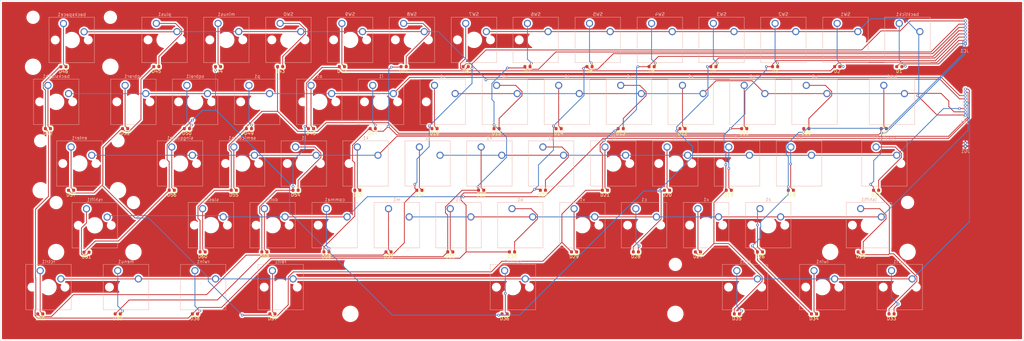
<source format=kicad_pcb>
(kicad_pcb (version 20171130) (host pcbnew "(5.1.6)-1")
  (layers (0 F.Cu signal) (31 B.Cu signal) (34 B.Paste user) (35 F.Paste user) (36 B.SilkS user) (37 F.SilkS user) (38 B.Mask user) (39 F.Mask user) (44 Edge.Cuts user))
  (net 0 "")
  (net 1 "Net-(D18-Pad1)")
  (net 2 /R3)
  (net 3 "Net-(D30-Pad1)")
  (net 4 /R4)
  (net 5 "Net-(D52-Pad1)")
  (net 6 /R7)
  (net 7 "Net-(D46-Pad1)")
  (net 8 /R6)
  (net 9 "Net-(D1-Pad1)")
  (net 10 /R1)
  (net 11 "Net-(D28-Pad1)")
  (net 12 "Net-(D17-Pad1)")
  (net 13 "Net-(D58-Pad1)")
  (net 14 /R9)
  (net 15 "Net-(D20-Pad1)")
  (net 16 GND)
  (net 17 "Net-(D2-Pad1)")
  (net 18 "Net-(D3-Pad1)")
  (net 19 "Net-(D4-Pad1)")
  (net 20 "Net-(D5-Pad1)")
  (net 21 "Net-(D6-Pad1)")
  (net 22 "Net-(D7-Pad1)")
  (net 23 "Net-(D8-Pad1)")
  (net 24 "Net-(D9-Pad1)")
  (net 25 "Net-(D10-Pad1)")
  (net 26 "Net-(D11-Pad1)")
  (net 27 "Net-(D12-Pad1)")
  (net 28 "Net-(D13-Pad1)")
  (net 29 "Net-(D14-Pad1)")
  (net 30 "Net-(D15-Pad1)")
  (net 31 "Net-(D16-Pad1)")
  (net 32 "Net-(D19-Pad1)")
  (net 33 "Net-(D21-Pad1)")
  (net 34 "Net-(D22-Pad1)")
  (net 35 "Net-(D23-Pad1)")
  (net 36 "Net-(D24-Pad1)")
  (net 37 "Net-(D25-Pad1)")
  (net 38 "Net-(D26-Pad1)")
  (net 39 "Net-(D27-Pad1)")
  (net 40 "Net-(D29-Pad1)")
  (net 41 "Net-(D31-Pad1)")
  (net 42 "Net-(D32-Pad1)")
  (net 43 "Net-(D33-Pad1)")
  (net 44 "Net-(D34-Pad1)")
  (net 45 "Net-(D35-Pad1)")
  (net 46 "Net-(D36-Pad1)")
  (net 47 "Net-(D37-Pad1)")
  (net 48 "Net-(D38-Pad1)")
  (net 49 "Net-(D39-Pad1)")
  (net 50 "Net-(D40-Pad1)")
  (net 51 "Net-(D41-Pad1)")
  (net 52 "Net-(D42-Pad1)")
  (net 53 "Net-(D43-Pad1)")
  (net 54 "Net-(D44-Pad1)")
  (net 55 "Net-(D45-Pad1)")
  (net 56 "Net-(D47-Pad1)")
  (net 57 "Net-(D48-Pad1)")
  (net 58 "Net-(D49-Pad1)")
  (net 59 "Net-(D50-Pad1)")
  (net 60 "Net-(D51-Pad1)")
  (net 61 "Net-(D53-Pad1)")
  (net 62 "Net-(D54-Pad1)")
  (net 63 "Net-(D55-Pad1)")
  (net 64 "Net-(D56-Pad1)")
  (net 65 "Net-(D57-Pad1)")
  (net 66 "Net-(D59-Pad1)")
  (net 67 "Net-(D60-Pad1)")
  (net 68 "Net-(D61-Pad1)")
  (net 69 /R2)
  (net 70 /R8)
  (net 71 /R5)
  (net 72 /C1)
  (net 73 /C2)
  (net 74 /C3)
  (net 75 /C4)
  (net 76 /C5)
  (net 77 /C6)
  (net 78 /C7)
  (net 79 /C8)
  (module Connector_PinHeader_1.00mm:PinHeader_1x09_P1.00mm_Vertical (layer B.Cu) (at 322 60.4)
    (fp_text reference JR1 (at -0.29 2.25) (layer B.SilkS) (effects (justify mirror)))
    (fp_text value Conn_01x09)
    (pad 9 thru_hole oval (at 0 -8) (size 0.85 0.85) (drill 0.5) (layers *.Cu *.Mask) (net 14 /R9))
    (pad 8 thru_hole oval (at 0 -7) (size 0.85 0.85) (drill 0.5) (layers *.Cu *.Mask) (net 70 /R8))
    (pad 7 thru_hole oval (at 0 -6) (size 0.85 0.85) (drill 0.5) (layers *.Cu *.Mask) (net 6 /R7))
    (pad 6 thru_hole oval (at 0 -5) (size 0.85 0.85) (drill 0.5) (layers *.Cu *.Mask) (net 8 /R6))
    (pad 5 thru_hole oval (at 0 -4) (size 0.85 0.85) (drill 0.5) (layers *.Cu *.Mask) (net 71 /R5))
    (pad 4 thru_hole oval (at 0 -3) (size 0.85 0.85) (drill 0.5) (layers *.Cu *.Mask) (net 4 /R4))
    (pad 3 thru_hole oval (at 0 -2) (size 0.85 0.85) (drill 0.5) (layers *.Cu *.Mask) (net 2 /R3))
    (pad 2 thru_hole oval (at 0 -1) (size 0.85 0.85) (drill 0.5) (layers *.Cu *.Mask) (net 69 /R2))
    (pad 1 thru_hole rect (at 0 0) (size 0.85 0.85) (drill 0.5) (layers *.Cu *.Mask) (net 10 /R1))
  )
  (module Connector_PinHeader_1.00mm:PinHeader_1x08_P1.00mm_Vertical (layer B.Cu) (at 322 38.4)
    (fp_text reference JC1 (at -0.29 2.25) (layer B.SilkS) (effects (justify mirror)))
    (fp_text value Conn_01x08)
    (pad 8 thru_hole oval (at 0 -7) (size 0.85 0.85) (drill 0.5) (layers *.Cu *.Mask) (net 79 /C8))
    (pad 7 thru_hole oval (at 0 -6) (size 0.85 0.85) (drill 0.5) (layers *.Cu *.Mask) (net 78 /C7))
    (pad 6 thru_hole oval (at 0 -5) (size 0.85 0.85) (drill 0.5) (layers *.Cu *.Mask) (net 77 /C6))
    (pad 5 thru_hole oval (at 0 -4) (size 0.85 0.85) (drill 0.5) (layers *.Cu *.Mask) (net 76 /C5))
    (pad 4 thru_hole oval (at 0 -3) (size 0.85 0.85) (drill 0.5) (layers *.Cu *.Mask) (net 75 /C4))
    (pad 3 thru_hole oval (at 0 -2) (size 0.85 0.85) (drill 0.5) (layers *.Cu *.Mask) (net 74 /C3))
    (pad 2 thru_hole oval (at 0 -1) (size 0.85 0.85) (drill 0.5) (layers *.Cu *.Mask) (net 73 /C2))
    (pad 1 thru_hole rect (at 0 0) (size 0.85 0.85) (drill 0.5) (layers *.Cu *.Mask) (net 72 /C1))
  )
  (module Button_Switch_Keyboard:SW_Cherry_MX_2.75u_PCB (layer B.Cu) (at 51.575 89.3 180)
    (fp_text reference rshift1 (at -2.54 2.794) (layer B.SilkS) (effects (justify mirror)))
    (fp_text value SW_Push)
    (pad "" np_thru_hole circle (at 9.36 1.92 180) (size 3.05 3.05) (drill 3.05) (layers *.Cu *.Mask))
    (pad "" np_thru_hole circle (at -14.44 1.92 180) (size 3.05 3.05) (drill 3.05) (layers *.Cu *.Mask))
    (pad "" np_thru_hole circle (at -14.44 -13.32 180) (size 4 4) (drill 4) (layers *.Cu *.Mask))
    (pad "" np_thru_hole circle (at 9.36 -13.32 180) (size 4 4) (drill 4) (layers *.Cu *.Mask))
    (pad "" np_thru_hole circle (at 2.54 -5.08 180) (size 1.7 1.7) (drill 1.7) (layers *.Cu *.Mask))
    (pad "" np_thru_hole circle (at -7.62 -5.08 180) (size 1.7 1.7) (drill 1.7) (layers *.Cu *.Mask))
    (pad "" np_thru_hole circle (at -2.54 -5.08 180) (size 4 4) (drill 4) (layers *.Cu *.Mask))
    (pad 2 thru_hole circle (at -6.35 -2.54 180) (size 2.2 2.2) (drill 1.5) (layers *.Cu *.Mask) (net 14 /R9))
    (pad 1 thru_hole circle (at 0 0 180) (size 2.2 2.2) (drill 1.5) (layers *.Cu *.Mask) (net 68 "Net-(D61-Pad1)"))
  )
  (module Diode_SMD:D_0603_1608Metric (layer F.Cu) (at 299.275 121.685 180)
    (fp_text reference D33 (at 0 -1.43) (layer F.SilkS))
    (fp_text value DIODE)
    (pad 2 smd roundrect (at 0.7875 0 180) (size 0.875 0.95) (layers F.Cu F.Paste F.Mask) (net 72 /C1))
    (pad 1 smd roundrect (at -0.7875 0 180) (size 0.875 0.95) (layers F.Cu F.Paste F.Mask) (net 43 "Net-(D33-Pad1)"))
  )
  (module Diode_SMD:D_0603_1608Metric (layer F.Cu) (at 84.925 121.685 180)
    (fp_text reference D38 (at 0 -1.43) (layer F.SilkS))
    (fp_text value DIODE)
    (pad 1 smd roundrect (at -0.7875 0 180) (size 0.875 0.95) (layers F.Cu F.Paste F.Mask) (net 48 "Net-(D38-Pad1)"))
    (pad 2 smd roundrect (at 0.7875 0 180) (size 0.875 0.95) (layers F.Cu F.Paste F.Mask) (net 77 /C6))
  )
  (module Diode_SMD:D_0603_1608Metric (layer F.Cu) (at 61.175 121.685 180)
    (fp_text reference D39 (at 0 -1.43) (layer F.SilkS))
    (fp_text value DIODE)
    (pad 2 smd roundrect (at 0.7875 0 180) (size 0.875 0.95) (layers F.Cu F.Paste F.Mask) (net 78 /C7))
    (pad 1 smd roundrect (at -0.7875 0 180) (size 0.875 0.95) (layers F.Cu F.Paste F.Mask) (net 49 "Net-(D39-Pad1)"))
  )
  (module Diode_SMD:D_0603_1608Metric (layer F.Cu) (at 108.775 121.685 180)
    (fp_text reference D37 (at 0 -1.43) (layer F.SilkS))
    (fp_text value DIODE)
    (pad 2 smd roundrect (at 0.7875 0 180) (size 0.875 0.95) (layers F.Cu F.Paste F.Mask) (net 76 /C5))
    (pad 1 smd roundrect (at -0.7875 0 180) (size 0.875 0.95) (layers F.Cu F.Paste F.Mask) (net 47 "Net-(D37-Pad1)"))
  )
  (module Diode_SMD:D_0603_1608Metric (layer F.Cu) (at 275.425 121.685 180)
    (fp_text reference D34 (at 0 -1.43) (layer F.SilkS))
    (fp_text value DIODE)
    (pad 1 smd roundrect (at -0.7875 0 180) (size 0.875 0.95) (layers F.Cu F.Paste F.Mask) (net 44 "Net-(D34-Pad1)"))
    (pad 2 smd roundrect (at 0.7875 0 180) (size 0.875 0.95) (layers F.Cu F.Paste F.Mask) (net 73 /C2))
  )
  (module Diode_SMD:D_0603_1608Metric (layer F.Cu) (at 180.225 121.685 180)
    (fp_text reference D36 (at 0 -1.43) (layer F.SilkS))
    (fp_text value DIODE)
    (pad 1 smd roundrect (at -0.7875 0 180) (size 0.875 0.95) (layers F.Cu F.Paste F.Mask) (net 46 "Net-(D36-Pad1)"))
    (pad 2 smd roundrect (at 0.7875 0 180) (size 0.875 0.95) (layers F.Cu F.Paste F.Mask) (net 75 /C4))
  )
  (module Diode_SMD:D_0603_1608Metric (layer F.Cu) (at 37.325 121.685 180)
    (fp_text reference D40 (at 0 -1.43) (layer F.SilkS))
    (fp_text value DIODE)
    (pad 1 smd roundrect (at -0.7875 0 180) (size 0.875 0.95) (layers F.Cu F.Paste F.Mask) (net 50 "Net-(D40-Pad1)"))
    (pad 2 smd roundrect (at 0.7875 0 180) (size 0.875 0.95) (layers F.Cu F.Paste F.Mask) (net 79 /C8))
  )
  (module Diode_SMD:D_0603_1608Metric (layer F.Cu) (at 251.675 121.685 180)
    (fp_text reference D35 (at 0 -1.43) (layer F.SilkS))
    (fp_text value DIODE)
    (pad 1 smd roundrect (at -0.7875 0 180) (size 0.875 0.95) (layers F.Cu F.Paste F.Mask) (net 45 "Net-(D35-Pad1)"))
    (pad 2 smd roundrect (at 0.7875 0 180) (size 0.875 0.95) (layers F.Cu F.Paste F.Mask) (net 74 /C3))
  )
  (module Diode_SMD:D_0603_1608Metric (layer F.Cu) (at 87.3 102.585 180)
    (fp_text reference D60 (at 0 -1.43) (layer F.SilkS))
    (fp_text value DIODE)
    (pad 1 smd roundrect (at -0.7875 0 180) (size 0.875 0.95) (layers F.Cu F.Paste F.Mask) (net 67 "Net-(D60-Pad1)"))
    (pad 2 smd roundrect (at 0.7875 0 180) (size 0.875 0.95) (layers F.Cu F.Paste F.Mask) (net 74 /C3))
  )
  (module Diode_SMD:D_0603_1608Metric (layer F.Cu) (at 106.3 102.585 180)
    (fp_text reference D59 (at 0 -1.43) (layer F.SilkS))
    (fp_text value DIODE)
    (pad 2 smd roundrect (at 0.7875 0 180) (size 0.875 0.95) (layers F.Cu F.Paste F.Mask) (net 73 /C2))
    (pad 1 smd roundrect (at -0.7875 0 180) (size 0.875 0.95) (layers F.Cu F.Paste F.Mask) (net 66 "Net-(D59-Pad1)"))
  )
  (module Diode_SMD:D_0603_1608Metric (layer F.Cu) (at 125.4 102.585 180)
    (fp_text reference D58 (at 0 -1.43) (layer F.SilkS))
    (fp_text value DIODE)
    (pad 1 smd roundrect (at -0.7875 0 180) (size 0.875 0.95) (layers F.Cu F.Paste F.Mask) (net 13 "Net-(D58-Pad1)"))
    (pad 2 smd roundrect (at 0.7875 0 180) (size 0.875 0.95) (layers F.Cu F.Paste F.Mask) (net 72 /C1))
  )
  (module Diode_SMD:D_0603_1608Metric (layer F.Cu) (at 51.575 102.685 180)
    (fp_text reference D61 (at 0 -1.43) (layer F.SilkS))
    (fp_text value DIODE)
    (pad 2 smd roundrect (at 0.7875 0 180) (size 0.875 0.95) (layers F.Cu F.Paste F.Mask) (net 75 /C4))
    (pad 1 smd roundrect (at -0.7875 0 180) (size 0.875 0.95) (layers F.Cu F.Paste F.Mask) (net 68 "Net-(D61-Pad1)"))
  )
  (module Diode_SMD:D_0603_1608Metric (layer F.Cu) (at 182.5 102.585 180)
    (fp_text reference D30 (at 0 -1.43) (layer F.SilkS))
    (fp_text value DIODE)
    (pad 1 smd roundrect (at -0.7875 0 180) (size 0.875 0.95) (layers F.Cu F.Paste F.Mask) (net 3 "Net-(D30-Pad1)"))
    (pad 2 smd roundrect (at 0.7875 0 180) (size 0.875 0.95) (layers F.Cu F.Paste F.Mask) (net 77 /C6))
  )
  (module Diode_SMD:D_0603_1608Metric (layer F.Cu) (at 201.6 102.585 180)
    (fp_text reference D29 (at 0 -1.43) (layer F.SilkS))
    (fp_text value DIODE)
    (pad 2 smd roundrect (at 0.7875 0 180) (size 0.875 0.95) (layers F.Cu F.Paste F.Mask) (net 76 /C5))
    (pad 1 smd roundrect (at -0.7875 0 180) (size 0.875 0.95) (layers F.Cu F.Paste F.Mask) (net 40 "Net-(D29-Pad1)"))
  )
  (module Diode_SMD:D_0603_1608Metric (layer F.Cu) (at 163.5 102.585 180)
    (fp_text reference D31 (at 0 -1.43) (layer F.SilkS))
    (fp_text value DIODE)
    (pad 2 smd roundrect (at 0.7875 0 180) (size 0.875 0.95) (layers F.Cu F.Paste F.Mask) (net 78 /C7))
    (pad 1 smd roundrect (at -0.7875 0 180) (size 0.875 0.95) (layers F.Cu F.Paste F.Mask) (net 41 "Net-(D31-Pad1)"))
  )
  (module Diode_SMD:D_0603_1608Metric (layer F.Cu) (at 144.5 102.585 180)
    (fp_text reference D32 (at 0 -1.43) (layer F.SilkS))
    (fp_text value DIODE)
    (pad 1 smd roundrect (at -0.7875 0 180) (size 0.875 0.95) (layers F.Cu F.Paste F.Mask) (net 42 "Net-(D32-Pad1)"))
    (pad 2 smd roundrect (at 0.7875 0 180) (size 0.875 0.95) (layers F.Cu F.Paste F.Mask) (net 79 /C8))
  )
  (module Diode_SMD:D_0603_1608Metric (layer F.Cu) (at 220.6 102.585 180)
    (fp_text reference D28 (at 0 -1.43) (layer F.SilkS))
    (fp_text value DIODE)
    (pad 1 smd roundrect (at -0.7875 0 180) (size 0.875 0.95) (layers F.Cu F.Paste F.Mask) (net 11 "Net-(D28-Pad1)"))
    (pad 2 smd roundrect (at 0.7875 0 180) (size 0.875 0.95) (layers F.Cu F.Paste F.Mask) (net 75 /C4))
  )
  (module Diode_SMD:D_0603_1608Metric (layer F.Cu) (at 239.7 102.585 180)
    (fp_text reference D27 (at 0 -1.43) (layer F.SilkS))
    (fp_text value DIODE)
    (pad 2 smd roundrect (at 0.7875 0 180) (size 0.875 0.95) (layers F.Cu F.Paste F.Mask) (net 74 /C3))
    (pad 1 smd roundrect (at -0.7875 0 180) (size 0.875 0.95) (layers F.Cu F.Paste F.Mask) (net 39 "Net-(D27-Pad1)"))
  )
  (module Diode_SMD:D_0603_1608Metric (layer F.Cu) (at 258.8 102.585 180)
    (fp_text reference D26 (at 0 -1.43) (layer F.SilkS))
    (fp_text value DIODE)
    (pad 1 smd roundrect (at -0.7875 0 180) (size 0.875 0.95) (layers F.Cu F.Paste F.Mask) (net 38 "Net-(D26-Pad1)"))
    (pad 2 smd roundrect (at 0.7875 0 180) (size 0.875 0.95) (layers F.Cu F.Paste F.Mask) (net 73 /C2))
  )
  (module Diode_SMD:D_0603_1608Metric (layer F.Cu) (at 289.775 102.585 180)
    (fp_text reference D25 (at 0 -1.43) (layer F.SilkS))
    (fp_text value DIODE)
    (pad 2 smd roundrect (at 0.7875 0 180) (size 0.875 0.95) (layers F.Cu F.Paste F.Mask) (net 72 /C1))
    (pad 1 smd roundrect (at -0.7875 0 180) (size 0.875 0.95) (layers F.Cu F.Paste F.Mask) (net 37 "Net-(D25-Pad1)"))
  )
  (module Diode_SMD:D_0603_1608Metric (layer F.Cu) (at 77.8 83.585 180)
    (fp_text reference D56 (at 0 -1.43) (layer F.SilkS))
    (fp_text value DIODE)
    (pad 1 smd roundrect (at -0.7875 0 180) (size 0.875 0.95) (layers F.Cu F.Paste F.Mask) (net 64 "Net-(D56-Pad1)"))
    (pad 2 smd roundrect (at 0.7875 0 180) (size 0.875 0.95) (layers F.Cu F.Paste F.Mask) (net 75 /C4))
  )
  (module Diode_SMD:D_0603_1608Metric (layer F.Cu) (at 96.9 83.585 180)
    (fp_text reference D55 (at 0 -1.43) (layer F.SilkS))
    (fp_text value DIODE)
    (pad 1 smd roundrect (at -0.7875 0 180) (size 0.875 0.95) (layers F.Cu F.Paste F.Mask) (net 63 "Net-(D55-Pad1)"))
    (pad 2 smd roundrect (at 0.7875 0 180) (size 0.875 0.95) (layers F.Cu F.Paste F.Mask) (net 74 /C3))
  )
  (module Diode_SMD:D_0603_1608Metric (layer F.Cu) (at 134.9 83.585 180)
    (fp_text reference D53 (at 0 -1.43) (layer F.SilkS))
    (fp_text value DIODE)
    (pad 1 smd roundrect (at -0.7875 0 180) (size 0.875 0.95) (layers F.Cu F.Paste F.Mask) (net 61 "Net-(D53-Pad1)"))
    (pad 2 smd roundrect (at 0.7875 0 180) (size 0.875 0.95) (layers F.Cu F.Paste F.Mask) (net 72 /C1))
  )
  (module Diode_SMD:D_0603_1608Metric (layer F.Cu) (at 46.825 83.585 180)
    (fp_text reference D57 (at 0 -1.43) (layer F.SilkS))
    (fp_text value DIODE)
    (pad 2 smd roundrect (at 0.7875 0 180) (size 0.875 0.95) (layers F.Cu F.Paste F.Mask) (net 76 /C5))
    (pad 1 smd roundrect (at -0.7875 0 180) (size 0.875 0.95) (layers F.Cu F.Paste F.Mask) (net 65 "Net-(D57-Pad1)"))
  )
  (module Diode_SMD:D_0603_1608Metric (layer F.Cu) (at 115.9 83.585 180)
    (fp_text reference D54 (at 0 -1.43) (layer F.SilkS))
    (fp_text value DIODE)
    (pad 2 smd roundrect (at 0.7875 0 180) (size 0.875 0.95) (layers F.Cu F.Paste F.Mask) (net 73 /C2))
    (pad 1 smd roundrect (at -0.7875 0 180) (size 0.875 0.95) (layers F.Cu F.Paste F.Mask) (net 62 "Net-(D54-Pad1)"))
  )
  (module Diode_SMD:D_0603_1608Metric (layer F.Cu) (at 268.3 83.585 180)
    (fp_text reference D18 (at 0 -1.43) (layer F.SilkS))
    (fp_text value DIODE)
    (pad 1 smd roundrect (at -0.7875 0 180) (size 0.875 0.95) (layers F.Cu F.Paste F.Mask) (net 1 "Net-(D18-Pad1)"))
    (pad 2 smd roundrect (at 0.7875 0 180) (size 0.875 0.95) (layers F.Cu F.Paste F.Mask) (net 73 /C2))
  )
  (module Diode_SMD:D_0603_1608Metric (layer F.Cu) (at 154 83.585 180)
    (fp_text reference D24 (at 0 -1.43) (layer F.SilkS))
    (fp_text value DIODE)
    (pad 1 smd roundrect (at -0.7875 0 180) (size 0.875 0.95) (layers F.Cu F.Paste F.Mask) (net 36 "Net-(D24-Pad1)"))
    (pad 2 smd roundrect (at 0.7875 0 180) (size 0.875 0.95) (layers F.Cu F.Paste F.Mask) (net 79 /C8))
  )
  (module Diode_SMD:D_0603_1608Metric (layer F.Cu) (at 211.1 83.585 180)
    (fp_text reference D21 (at 0 -1.43) (layer F.SilkS))
    (fp_text value DIODE)
    (pad 2 smd roundrect (at 0.7875 0 180) (size 0.875 0.95) (layers F.Cu F.Paste F.Mask) (net 76 /C5))
    (pad 1 smd roundrect (at -0.7875 0 180) (size 0.875 0.95) (layers F.Cu F.Paste F.Mask) (net 33 "Net-(D21-Pad1)"))
  )
  (module Diode_SMD:D_0603_1608Metric (layer F.Cu) (at 249.2 83.585 180)
    (fp_text reference D19 (at 0 -1.43) (layer F.SilkS))
    (fp_text value DIODE)
    (pad 2 smd roundrect (at 0.7875 0 180) (size 0.875 0.95) (layers F.Cu F.Paste F.Mask) (net 74 /C3))
    (pad 1 smd roundrect (at -0.7875 0 180) (size 0.875 0.95) (layers F.Cu F.Paste F.Mask) (net 32 "Net-(D19-Pad1)"))
  )
  (module Diode_SMD:D_0603_1608Metric (layer F.Cu) (at 294.525 83.585 180)
    (fp_text reference D17 (at 0 -1.43) (layer F.SilkS))
    (fp_text value DIODE)
    (pad 1 smd roundrect (at -0.7875 0 180) (size 0.875 0.95) (layers F.Cu F.Paste F.Mask) (net 12 "Net-(D17-Pad1)"))
    (pad 2 smd roundrect (at 0.7875 0 180) (size 0.875 0.95) (layers F.Cu F.Paste F.Mask) (net 72 /C1))
  )
  (module Diode_SMD:D_0603_1608Metric (layer F.Cu) (at 173 83.585 180)
    (fp_text reference D23 (at 0 -1.43) (layer F.SilkS))
    (fp_text value DIODE)
    (pad 2 smd roundrect (at 0.7875 0 180) (size 0.875 0.95) (layers F.Cu F.Paste F.Mask) (net 78 /C7))
    (pad 1 smd roundrect (at -0.7875 0 180) (size 0.875 0.95) (layers F.Cu F.Paste F.Mask) (net 35 "Net-(D23-Pad1)"))
  )
  (module Diode_SMD:D_0603_1608Metric (layer F.Cu) (at 192 83.585 180)
    (fp_text reference D22 (at 0 -1.43) (layer F.SilkS))
    (fp_text value DIODE)
    (pad 1 smd roundrect (at -0.7875 0 180) (size 0.875 0.95) (layers F.Cu F.Paste F.Mask) (net 34 "Net-(D22-Pad1)"))
    (pad 2 smd roundrect (at 0.7875 0 180) (size 0.875 0.95) (layers F.Cu F.Paste F.Mask) (net 77 /C6))
  )
  (module Diode_SMD:D_0603_1608Metric (layer F.Cu) (at 230.2 83.585 180)
    (fp_text reference D20 (at 0 -1.43) (layer F.SilkS))
    (fp_text value DIODE)
    (pad 1 smd roundrect (at -0.7875 0 180) (size 0.875 0.95) (layers F.Cu F.Paste F.Mask) (net 15 "Net-(D20-Pad1)"))
    (pad 2 smd roundrect (at 0.7875 0 180) (size 0.875 0.95) (layers F.Cu F.Paste F.Mask) (net 75 /C4))
  )
  (module Diode_SMD:D_0603_1608Metric (layer F.Cu) (at 139.65 64.585 180)
    (fp_text reference D47 (at 0 -1.43) (layer F.SilkS))
    (fp_text value DIODE)
    (pad 2 smd roundrect (at 0.7875 0 180) (size 0.875 0.95) (layers F.Cu F.Paste F.Mask) (net 72 /C1))
    (pad 1 smd roundrect (at -0.7875 0 180) (size 0.875 0.95) (layers F.Cu F.Paste F.Mask) (net 56 "Net-(D47-Pad1)"))
  )
  (module Diode_SMD:D_0603_1608Metric (layer F.Cu) (at 39.7 64.585 180)
    (fp_text reference D52 (at 0 -1.43) (layer F.SilkS))
    (fp_text value DIODE)
    (pad 2 smd roundrect (at 0.7875 0 180) (size 0.875 0.95) (layers F.Cu F.Paste F.Mask) (net 77 /C6))
    (pad 1 smd roundrect (at -0.7875 0 180) (size 0.875 0.95) (layers F.Cu F.Paste F.Mask) (net 5 "Net-(D52-Pad1)"))
  )
  (module Diode_SMD:D_0603_1608Metric (layer F.Cu) (at 63.45 64.585 180)
    (fp_text reference D51 (at 0 -1.43) (layer F.SilkS))
    (fp_text value DIODE)
    (pad 1 smd roundrect (at -0.7875 0 180) (size 0.875 0.95) (layers F.Cu F.Paste F.Mask) (net 60 "Net-(D51-Pad1)"))
    (pad 2 smd roundrect (at 0.7875 0 180) (size 0.875 0.95) (layers F.Cu F.Paste F.Mask) (net 76 /C5))
  )
  (module Diode_SMD:D_0603_1608Metric (layer F.Cu) (at 120.65 64.585 180)
    (fp_text reference D48 (at 0 -1.43) (layer F.SilkS))
    (fp_text value DIODE)
    (pad 2 smd roundrect (at 0.7875 0 180) (size 0.875 0.95) (layers F.Cu F.Paste F.Mask) (net 73 /C2))
    (pad 1 smd roundrect (at -0.7875 0 180) (size 0.875 0.95) (layers F.Cu F.Paste F.Mask) (net 57 "Net-(D48-Pad1)"))
  )
  (module Diode_SMD:D_0603_1608Metric (layer F.Cu) (at 101.55 64.585 180)
    (fp_text reference D49 (at 0 -1.43) (layer F.SilkS))
    (fp_text value DIODE)
    (pad 1 smd roundrect (at -0.7875 0 180) (size 0.875 0.95) (layers F.Cu F.Paste F.Mask) (net 58 "Net-(D49-Pad1)"))
    (pad 2 smd roundrect (at 0.7875 0 180) (size 0.875 0.95) (layers F.Cu F.Paste F.Mask) (net 74 /C3))
  )
  (module Diode_SMD:D_0603_1608Metric (layer F.Cu) (at 82.45 64.585 180)
    (fp_text reference D50 (at 0 -1.43) (layer F.SilkS))
    (fp_text value DIODE)
    (pad 2 smd roundrect (at 0.7875 0 180) (size 0.875 0.95) (layers F.Cu F.Paste F.Mask) (net 75 /C4))
    (pad 1 smd roundrect (at -0.7875 0 180) (size 0.875 0.95) (layers F.Cu F.Paste F.Mask) (net 59 "Net-(D50-Pad1)"))
  )
  (module Diode_SMD:D_0603_1608Metric (layer F.Cu) (at 234.95 64.585 180)
    (fp_text reference D12 (at 0 -1.43) (layer F.SilkS))
    (fp_text value DIODE)
    (pad 2 smd roundrect (at 0.7875 0 180) (size 0.875 0.95) (layers F.Cu F.Paste F.Mask) (net 75 /C4))
    (pad 1 smd roundrect (at -0.7875 0 180) (size 0.875 0.95) (layers F.Cu F.Paste F.Mask) (net 27 "Net-(D12-Pad1)"))
  )
  (module Diode_SMD:D_0603_1608Metric (layer F.Cu) (at 196.85 64.585 180)
    (fp_text reference D14 (at 0 -1.43) (layer F.SilkS))
    (fp_text value DIODE)
    (pad 2 smd roundrect (at 0.7875 0 180) (size 0.875 0.95) (layers F.Cu F.Paste F.Mask) (net 77 /C6))
    (pad 1 smd roundrect (at -0.7875 0 180) (size 0.875 0.95) (layers F.Cu F.Paste F.Mask) (net 29 "Net-(D14-Pad1)"))
  )
  (module Diode_SMD:D_0603_1608Metric (layer F.Cu) (at 215.95 64.585 180)
    (fp_text reference D13 (at 0 -1.43) (layer F.SilkS))
    (fp_text value DIODE)
    (pad 1 smd roundrect (at -0.7875 0 180) (size 0.875 0.95) (layers F.Cu F.Paste F.Mask) (net 28 "Net-(D13-Pad1)"))
    (pad 2 smd roundrect (at 0.7875 0 180) (size 0.875 0.95) (layers F.Cu F.Paste F.Mask) (net 76 /C5))
  )
  (module Diode_SMD:D_0603_1608Metric (layer F.Cu) (at 177.75 64.585 180)
    (fp_text reference D15 (at 0 -1.43) (layer F.SilkS))
    (fp_text value DIODE)
    (pad 2 smd roundrect (at 0.7875 0 180) (size 0.875 0.95) (layers F.Cu F.Paste F.Mask) (net 78 /C7))
    (pad 1 smd roundrect (at -0.7875 0 180) (size 0.875 0.95) (layers F.Cu F.Paste F.Mask) (net 30 "Net-(D15-Pad1)"))
  )
  (module Diode_SMD:D_0603_1608Metric (layer F.Cu) (at 253.95 64.585 180)
    (fp_text reference D11 (at 0 -1.43) (layer F.SilkS))
    (fp_text value DIODE)
    (pad 1 smd roundrect (at -0.7875 0 180) (size 0.875 0.95) (layers F.Cu F.Paste F.Mask) (net 26 "Net-(D11-Pad1)"))
    (pad 2 smd roundrect (at 0.7875 0 180) (size 0.875 0.95) (layers F.Cu F.Paste F.Mask) (net 74 /C3))
  )
  (module Diode_SMD:D_0603_1608Metric (layer F.Cu) (at 158.65 64.585 180)
    (fp_text reference D16 (at 0 -1.43) (layer F.SilkS))
    (fp_text value DIODE)
    (pad 1 smd roundrect (at -0.7875 0 180) (size 0.875 0.95) (layers F.Cu F.Paste F.Mask) (net 31 "Net-(D16-Pad1)"))
    (pad 2 smd roundrect (at 0.7875 0 180) (size 0.875 0.95) (layers F.Cu F.Paste F.Mask) (net 79 /C8))
  )
  (module Diode_SMD:D_0603_1608Metric (layer F.Cu) (at 296.9 64.585 180)
    (fp_text reference D9 (at 0 -1.43) (layer F.SilkS))
    (fp_text value DIODE)
    (pad 1 smd roundrect (at -0.7875 0 180) (size 0.875 0.95) (layers F.Cu F.Paste F.Mask) (net 24 "Net-(D9-Pad1)"))
    (pad 2 smd roundrect (at 0.7875 0 180) (size 0.875 0.95) (layers F.Cu F.Paste F.Mask) (net 72 /C1))
  )
  (module Diode_SMD:D_0603_1608Metric (layer F.Cu) (at 273.05 64.585 180)
    (fp_text reference D10 (at 0 -1.43) (layer F.SilkS))
    (fp_text value DIODE)
    (pad 2 smd roundrect (at 0.7875 0 180) (size 0.875 0.95) (layers F.Cu F.Paste F.Mask) (net 73 /C2))
    (pad 1 smd roundrect (at -0.7875 0 180) (size 0.875 0.95) (layers F.Cu F.Paste F.Mask) (net 25 "Net-(D10-Pad1)"))
  )
  (module Diode_SMD:D_0603_1608Metric (layer F.Cu) (at 44.48 45.535 180)
    (fp_text reference D46 (at 0 -1.43) (layer F.SilkS))
    (fp_text value DIODE)
    (pad 1 smd roundrect (at -0.7875 0 180) (size 0.875 0.95) (layers F.Cu F.Paste F.Mask) (net 7 "Net-(D46-Pad1)"))
    (pad 2 smd roundrect (at 0.7875 0 180) (size 0.875 0.95) (layers F.Cu F.Paste F.Mask) (net 77 /C6))
  )
  (module Diode_SMD:D_0603_1608Metric (layer F.Cu) (at 73.05 45.485 180)
    (fp_text reference D45 (at 0 -1.43) (layer F.SilkS))
    (fp_text value DIODE)
    (pad 2 smd roundrect (at 0.7875 0 180) (size 0.875 0.95) (layers F.Cu F.Paste F.Mask) (net 76 /C5))
    (pad 1 smd roundrect (at -0.7875 0 180) (size 0.875 0.95) (layers F.Cu F.Paste F.Mask) (net 55 "Net-(D45-Pad1)"))
  )
  (module Diode_SMD:D_0603_1608Metric (layer F.Cu) (at 111.15 45.485 180)
    (fp_text reference D43 (at 0 -1.43) (layer F.SilkS))
    (fp_text value DIODE)
    (pad 2 smd roundrect (at 0.7875 0 180) (size 0.875 0.95) (layers F.Cu F.Paste F.Mask) (net 74 /C3))
    (pad 1 smd roundrect (at -0.7875 0 180) (size 0.875 0.95) (layers F.Cu F.Paste F.Mask) (net 53 "Net-(D43-Pad1)"))
  )
  (module Diode_SMD:D_0603_1608Metric (layer F.Cu) (at 92.05 45.485 180)
    (fp_text reference D44 (at 0 -1.43) (layer F.SilkS))
    (fp_text value DIODE)
    (pad 1 smd roundrect (at -0.7875 0 180) (size 0.875 0.95) (layers F.Cu F.Paste F.Mask) (net 54 "Net-(D44-Pad1)"))
    (pad 2 smd roundrect (at 0.7875 0 180) (size 0.875 0.95) (layers F.Cu F.Paste F.Mask) (net 75 /C4))
  )
  (module Diode_SMD:D_0603_1608Metric (layer F.Cu) (at 130.15 45.485 180)
    (fp_text reference D42 (at 0 -1.43) (layer F.SilkS))
    (fp_text value DIODE)
    (pad 1 smd roundrect (at -0.7875 0 180) (size 0.875 0.95) (layers F.Cu F.Paste F.Mask) (net 52 "Net-(D42-Pad1)"))
    (pad 2 smd roundrect (at 0.7875 0 180) (size 0.875 0.95) (layers F.Cu F.Paste F.Mask) (net 73 /C2))
  )
  (module Diode_SMD:D_0603_1608Metric (layer F.Cu) (at 149.15 45.485 180)
    (fp_text reference D41 (at 0 -1.43) (layer F.SilkS))
    (fp_text value DIODE)
    (pad 2 smd roundrect (at 0.7875 0 180) (size 0.875 0.95) (layers F.Cu F.Paste F.Mask) (net 72 /C1))
    (pad 1 smd roundrect (at -0.7875 0 180) (size 0.875 0.95) (layers F.Cu F.Paste F.Mask) (net 51 "Net-(D41-Pad1)"))
  )
  (module Diode_SMD:D_0603_1608Metric (layer F.Cu) (at 282.55 45.485 180)
    (fp_text reference D2 (at 0 -1.43) (layer F.SilkS))
    (fp_text value DIODE)
    (pad 1 smd roundrect (at -0.7875 0 180) (size 0.875 0.95) (layers F.Cu F.Paste F.Mask) (net 17 "Net-(D2-Pad1)"))
    (pad 2 smd roundrect (at 0.7875 0 180) (size 0.875 0.95) (layers F.Cu F.Paste F.Mask) (net 73 /C2))
  )
  (module Diode_SMD:D_0603_1608Metric (layer F.Cu) (at 168.25 45.485 180)
    (fp_text reference D8 (at 0 -1.43) (layer F.SilkS))
    (fp_text value DIODE)
    (pad 1 smd roundrect (at -0.7875 0 180) (size 0.875 0.95) (layers F.Cu F.Paste F.Mask) (net 23 "Net-(D8-Pad1)"))
    (pad 2 smd roundrect (at 0.7875 0 180) (size 0.875 0.95) (layers F.Cu F.Paste F.Mask) (net 79 /C8))
  )
  (module Diode_SMD:D_0603_1608Metric (layer F.Cu) (at 206.35 45.485 180)
    (fp_text reference D6 (at 0 -1.43) (layer F.SilkS))
    (fp_text value DIODE)
    (pad 1 smd roundrect (at -0.7875 0 180) (size 0.875 0.95) (layers F.Cu F.Paste F.Mask) (net 21 "Net-(D6-Pad1)"))
    (pad 2 smd roundrect (at 0.7875 0 180) (size 0.875 0.95) (layers F.Cu F.Paste F.Mask) (net 77 /C6))
  )
  (module Diode_SMD:D_0603_1608Metric (layer F.Cu) (at 225.45 45.485 180)
    (fp_text reference D5 (at 0 -1.43) (layer F.SilkS))
    (fp_text value DIODE)
    (pad 1 smd roundrect (at -0.7875 0 180) (size 0.875 0.95) (layers F.Cu F.Paste F.Mask) (net 20 "Net-(D5-Pad1)"))
    (pad 2 smd roundrect (at 0.7875 0 180) (size 0.875 0.95) (layers F.Cu F.Paste F.Mask) (net 76 /C5))
  )
  (module Diode_SMD:D_0603_1608Metric (layer F.Cu) (at 244.45 45.485 180)
    (fp_text reference D4 (at 0 -1.43) (layer F.SilkS))
    (fp_text value DIODE)
    (pad 2 smd roundrect (at 0.7875 0 180) (size 0.875 0.95) (layers F.Cu F.Paste F.Mask) (net 75 /C4))
    (pad 1 smd roundrect (at -0.7875 0 180) (size 0.875 0.95) (layers F.Cu F.Paste F.Mask) (net 19 "Net-(D4-Pad1)"))
  )
  (module Diode_SMD:D_0603_1608Metric (layer F.Cu) (at 263.45 45.485 180)
    (fp_text reference D3 (at 0 -1.43) (layer F.SilkS))
    (fp_text value DIODE)
    (pad 2 smd roundrect (at 0.7875 0 180) (size 0.875 0.95) (layers F.Cu F.Paste F.Mask) (net 74 /C3))
    (pad 1 smd roundrect (at -0.7875 0 180) (size 0.875 0.95) (layers F.Cu F.Paste F.Mask) (net 18 "Net-(D3-Pad1)"))
  )
  (module Diode_SMD:D_0603_1608Metric (layer F.Cu) (at 301.65 45.485 180)
    (fp_text reference D1 (at 0 -1.43) (layer F.SilkS))
    (fp_text value DIODE)
    (pad 2 smd roundrect (at 0.7875 0 180) (size 0.875 0.95) (layers F.Cu F.Paste F.Mask) (net 72 /C1))
    (pad 1 smd roundrect (at -0.7875 0 180) (size 0.875 0.95) (layers F.Cu F.Paste F.Mask) (net 9 "Net-(D1-Pad1)"))
  )
  (module Diode_SMD:D_0603_1608Metric (layer F.Cu) (at 187.25 45.485 180)
    (fp_text reference D7 (at 0 -1.43) (layer F.SilkS))
    (fp_text value DIODE)
    (pad 2 smd roundrect (at 0.7875 0 180) (size 0.875 0.95) (layers F.Cu F.Paste F.Mask) (net 78 /C7))
    (pad 1 smd roundrect (at -0.7875 0 180) (size 0.875 0.95) (layers F.Cu F.Paste F.Mask) (net 22 "Net-(D7-Pad1)"))
  )
  (module Connector_PinHeader_1.00mm:PinHeader_1x02_P1.00mm_Vertical (layer B.Cu) (at 322 70)
    (fp_text reference JG1 (at 0 1.56) (layer B.SilkS) (effects (justify mirror)))
    (fp_text value Conn_01x02)
    (pad 1 thru_hole rect (at 0 0) (size 0.85 0.85) (drill 0.5) (layers *.Cu *.Mask) (net 16 GND))
    (pad 2 thru_hole oval (at 0 -1) (size 0.85 0.85) (drill 0.5) (layers *.Cu *.Mask) (net 16 GND))
  )
  (module Button_Switch_Keyboard:SW_Cherry_MX_2.25u_PCB (layer B.Cu) (at 289.775 89.25 180)
    (fp_text reference lshift1 (at -2.54 2.794) (layer B.SilkS) (effects (justify mirror)))
    (fp_text value SW_Push)
    (pad "" np_thru_hole circle (at 9.36 1.92 180) (size 3.05 3.05) (drill 3.05) (layers *.Cu *.Mask))
    (pad "" np_thru_hole circle (at -14.44 1.92 180) (size 3.05 3.05) (drill 3.05) (layers *.Cu *.Mask))
    (pad "" np_thru_hole circle (at -14.44 -13.32 180) (size 4 4) (drill 4) (layers *.Cu *.Mask))
    (pad "" np_thru_hole circle (at 9.36 -13.32 180) (size 4 4) (drill 4) (layers *.Cu *.Mask))
    (pad "" np_thru_hole circle (at 2.54 -5.08 180) (size 1.7 1.7) (drill 1.7) (layers *.Cu *.Mask))
    (pad "" np_thru_hole circle (at -7.62 -5.08 180) (size 1.7 1.7) (drill 1.7) (layers *.Cu *.Mask))
    (pad "" np_thru_hole circle (at -2.54 -5.08 180) (size 4 4) (drill 4) (layers *.Cu *.Mask))
    (pad 2 thru_hole circle (at -6.35 -2.54 180) (size 2.2 2.2) (drill 1.5) (layers *.Cu *.Mask) (net 4 /R4))
    (pad 1 thru_hole circle (at 0 0 180) (size 2.2 2.2) (drill 1.5) (layers *.Cu *.Mask) (net 37 "Net-(D25-Pad1)"))
  )
  (module Button_Switch_Keyboard:SW_Cherry_MX_2.25u_PCB (layer B.Cu) (at 46.825 70.25 180)
    (fp_text reference enter1 (at -2.54 2.794) (layer B.SilkS) (effects (justify mirror)))
    (fp_text value SW_Push)
    (pad 1 thru_hole circle (at 0 0 180) (size 2.2 2.2) (drill 1.5) (layers *.Cu *.Mask) (net 65 "Net-(D57-Pad1)"))
    (pad 2 thru_hole circle (at -6.35 -2.54 180) (size 2.2 2.2) (drill 1.5) (layers *.Cu *.Mask) (net 70 /R8))
    (pad "" np_thru_hole circle (at -2.54 -5.08 180) (size 4 4) (drill 4) (layers *.Cu *.Mask))
    (pad "" np_thru_hole circle (at -7.62 -5.08 180) (size 1.7 1.7) (drill 1.7) (layers *.Cu *.Mask))
    (pad "" np_thru_hole circle (at 2.54 -5.08 180) (size 1.7 1.7) (drill 1.7) (layers *.Cu *.Mask))
    (pad "" np_thru_hole circle (at 9.36 -13.32 180) (size 4 4) (drill 4) (layers *.Cu *.Mask))
    (pad "" np_thru_hole circle (at -14.44 -13.32 180) (size 4 4) (drill 4) (layers *.Cu *.Mask))
    (pad "" np_thru_hole circle (at -14.44 1.92 180) (size 3.05 3.05) (drill 3.05) (layers *.Cu *.Mask))
    (pad "" np_thru_hole circle (at 9.36 1.92 180) (size 3.05 3.05) (drill 3.05) (layers *.Cu *.Mask))
  )
  (module Button_Switch_Keyboard:SW_Cherry_MX_1.00u_PCB (layer B.Cu) (at 268.3 70.25 180)
    (fp_text reference a1 (at -2.54 2.794) (layer B.SilkS) (effects (justify mirror)))
    (fp_text value SW_Push)
    (pad 1 thru_hole circle (at 0 0 180) (size 2.2 2.2) (drill 1.5) (layers *.Cu *.Mask) (net 1 "Net-(D18-Pad1)"))
    (pad 2 thru_hole circle (at -6.35 -2.54 180) (size 2.2 2.2) (drill 1.5) (layers *.Cu *.Mask) (net 2 /R3))
    (pad "" np_thru_hole circle (at -2.54 -5.08 180) (size 4 4) (drill 4) (layers *.Cu *.Mask))
    (pad "" np_thru_hole circle (at -7.62 -5.08 180) (size 1.7 1.7) (drill 1.7) (layers *.Cu *.Mask))
    (pad "" np_thru_hole circle (at 2.54 -5.08 180) (size 1.7 1.7) (drill 1.7) (layers *.Cu *.Mask))
  )
  (module Button_Switch_Keyboard:SW_Cherry_MX_1.00u_PCB (layer B.Cu) (at 182.5 89.25 180)
    (fp_text reference b1 (at -2.54 2.794) (layer B.SilkS) (effects (justify mirror)))
    (fp_text value SW_Push)
    (pad 1 thru_hole circle (at 0 0 180) (size 2.2 2.2) (drill 1.5) (layers *.Cu *.Mask) (net 3 "Net-(D30-Pad1)"))
    (pad 2 thru_hole circle (at -6.35 -2.54 180) (size 2.2 2.2) (drill 1.5) (layers *.Cu *.Mask) (net 4 /R4))
    (pad "" np_thru_hole circle (at -2.54 -5.08 180) (size 4 4) (drill 4) (layers *.Cu *.Mask))
    (pad "" np_thru_hole circle (at -7.62 -5.08 180) (size 1.7 1.7) (drill 1.7) (layers *.Cu *.Mask))
    (pad "" np_thru_hole circle (at 2.54 -5.08 180) (size 1.7 1.7) (drill 1.7) (layers *.Cu *.Mask))
  )
  (module Button_Switch_Keyboard:SW_Cherry_MX_1.50u_PCB (layer B.Cu) (at 39.7 51.25 180)
    (fp_text reference backslash1 (at -2.54 2.794) (layer B.SilkS) (effects (justify mirror)))
    (fp_text value SW_Push)
    (pad 1 thru_hole circle (at 0 0 180) (size 2.2 2.2) (drill 1.5) (layers *.Cu *.Mask) (net 5 "Net-(D52-Pad1)"))
    (pad 2 thru_hole circle (at -6.35 -2.54 180) (size 2.2 2.2) (drill 1.5) (layers *.Cu *.Mask) (net 6 /R7))
    (pad "" np_thru_hole circle (at -2.54 -5.08 180) (size 4 4) (drill 4) (layers *.Cu *.Mask))
    (pad "" np_thru_hole circle (at -7.62 -5.08 180) (size 1.7 1.7) (drill 1.7) (layers *.Cu *.Mask))
    (pad "" np_thru_hole circle (at 2.54 -5.08 180) (size 1.7 1.7) (drill 1.7) (layers *.Cu *.Mask))
  )
  (module Button_Switch_Keyboard:SW_Cherry_MX_2.00u_PCB (layer B.Cu) (at 44.48 32.2 180)
    (fp_text reference backspace1 (at -2.54 2.794) (layer B.SilkS) (effects (justify mirror)))
    (fp_text value SW_Push)
    (pad 1 thru_hole circle (at 0 0 180) (size 2.2 2.2) (drill 1.5) (layers *.Cu *.Mask) (net 7 "Net-(D46-Pad1)"))
    (pad 2 thru_hole circle (at -6.35 -2.54 180) (size 2.2 2.2) (drill 1.5) (layers *.Cu *.Mask) (net 8 /R6))
    (pad "" np_thru_hole circle (at -2.54 -5.08 180) (size 4 4) (drill 4) (layers *.Cu *.Mask))
    (pad "" np_thru_hole circle (at -7.62 -5.08 180) (size 1.7 1.7) (drill 1.7) (layers *.Cu *.Mask))
    (pad "" np_thru_hole circle (at 2.54 -5.08 180) (size 1.7 1.7) (drill 1.7) (layers *.Cu *.Mask))
    (pad "" np_thru_hole circle (at 9.36 -13.32 180) (size 4 4) (drill 4) (layers *.Cu *.Mask))
    (pad "" np_thru_hole circle (at -14.44 -13.32 180) (size 4 4) (drill 4) (layers *.Cu *.Mask))
    (pad "" np_thru_hole circle (at -14.44 1.92 180) (size 3.05 3.05) (drill 3.05) (layers *.Cu *.Mask))
    (pad "" np_thru_hole circle (at 9.36 1.92 180) (size 3.05 3.05) (drill 3.05) (layers *.Cu *.Mask))
  )
  (module Button_Switch_Keyboard:SW_Cherry_MX_1.00u_PCB (layer B.Cu) (at 301.65 32.15 180)
    (fp_text reference backtick1 (at -2.54 2.794) (layer B.SilkS) (effects (justify mirror)))
    (fp_text value SW_Push)
    (pad "" np_thru_hole circle (at 2.54 -5.08 180) (size 1.7 1.7) (drill 1.7) (layers *.Cu *.Mask))
    (pad "" np_thru_hole circle (at -7.62 -5.08 180) (size 1.7 1.7) (drill 1.7) (layers *.Cu *.Mask))
    (pad "" np_thru_hole circle (at -2.54 -5.08 180) (size 4 4) (drill 4) (layers *.Cu *.Mask))
    (pad 2 thru_hole circle (at -6.35 -2.54 180) (size 2.2 2.2) (drill 1.5) (layers *.Cu *.Mask) (net 10 /R1))
    (pad 1 thru_hole circle (at 0 0 180) (size 2.2 2.2) (drill 1.5) (layers *.Cu *.Mask) (net 9 "Net-(D1-Pad1)"))
  )
  (module Button_Switch_Keyboard:SW_Cherry_MX_1.00u_PCB (layer B.Cu) (at 220.6 89.25 180)
    (fp_text reference c1 (at -2.54 2.794) (layer B.SilkS) (effects (justify mirror)))
    (fp_text value SW_Push)
    (pad 1 thru_hole circle (at 0 0 180) (size 2.2 2.2) (drill 1.5) (layers *.Cu *.Mask) (net 11 "Net-(D28-Pad1)"))
    (pad 2 thru_hole circle (at -6.35 -2.54 180) (size 2.2 2.2) (drill 1.5) (layers *.Cu *.Mask) (net 4 /R4))
    (pad "" np_thru_hole circle (at -2.54 -5.08 180) (size 4 4) (drill 4) (layers *.Cu *.Mask))
    (pad "" np_thru_hole circle (at -7.62 -5.08 180) (size 1.7 1.7) (drill 1.7) (layers *.Cu *.Mask))
    (pad "" np_thru_hole circle (at 2.54 -5.08 180) (size 1.7 1.7) (drill 1.7) (layers *.Cu *.Mask))
  )
  (module Button_Switch_Keyboard:SW_Cherry_MX_1.75u_PCB (layer B.Cu) (at 294.525 70.25 180)
    (fp_text reference capslock1 (at -2.54 2.794) (layer B.SilkS) (effects (justify mirror)))
    (fp_text value SW_Push)
    (pad 1 thru_hole circle (at 0 0 180) (size 2.2 2.2) (drill 1.5) (layers *.Cu *.Mask) (net 12 "Net-(D17-Pad1)"))
    (pad 2 thru_hole circle (at -6.35 -2.54 180) (size 2.2 2.2) (drill 1.5) (layers *.Cu *.Mask) (net 2 /R3))
    (pad "" np_thru_hole circle (at -2.54 -5.08 180) (size 4 4) (drill 4) (layers *.Cu *.Mask))
    (pad "" np_thru_hole circle (at -7.62 -5.08 180) (size 1.7 1.7) (drill 1.7) (layers *.Cu *.Mask))
    (pad "" np_thru_hole circle (at 2.54 -5.08 180) (size 1.7 1.7) (drill 1.7) (layers *.Cu *.Mask))
  )
  (module Button_Switch_Keyboard:SW_Cherry_MX_1.00u_PCB (layer B.Cu) (at 125.4 89.25 180)
    (fp_text reference comma1 (at -2.54 2.794) (layer B.SilkS) (effects (justify mirror)))
    (fp_text value SW_Push)
    (pad 1 thru_hole circle (at 0 0 180) (size 2.2 2.2) (drill 1.5) (layers *.Cu *.Mask) (net 13 "Net-(D58-Pad1)"))
    (pad 2 thru_hole circle (at -6.35 -2.54 180) (size 2.2 2.2) (drill 1.5) (layers *.Cu *.Mask) (net 14 /R9))
    (pad "" np_thru_hole circle (at -2.54 -5.08 180) (size 4 4) (drill 4) (layers *.Cu *.Mask))
    (pad "" np_thru_hole circle (at -7.62 -5.08 180) (size 1.7 1.7) (drill 1.7) (layers *.Cu *.Mask))
    (pad "" np_thru_hole circle (at 2.54 -5.08 180) (size 1.7 1.7) (drill 1.7) (layers *.Cu *.Mask))
  )
  (module Button_Switch_Keyboard:SW_Cherry_MX_1.00u_PCB (layer B.Cu) (at 230.2 70.25 180)
    (fp_text reference d1 (at -2.54 2.794) (layer B.SilkS) (effects (justify mirror)))
    (fp_text value SW_Push)
    (pad "" np_thru_hole circle (at 2.54 -5.08 180) (size 1.7 1.7) (drill 1.7) (layers *.Cu *.Mask))
    (pad "" np_thru_hole circle (at -7.62 -5.08 180) (size 1.7 1.7) (drill 1.7) (layers *.Cu *.Mask))
    (pad "" np_thru_hole circle (at -2.54 -5.08 180) (size 4 4) (drill 4) (layers *.Cu *.Mask))
    (pad 2 thru_hole circle (at -6.35 -2.54 180) (size 2.2 2.2) (drill 1.5) (layers *.Cu *.Mask) (net 2 /R3))
    (pad 1 thru_hole circle (at 0 0 180) (size 2.2 2.2) (drill 1.5) (layers *.Cu *.Mask) (net 15 "Net-(D20-Pad1)"))
  )
  (module Button_Switch_Keyboard:SW_Cherry_MX_1.00u_PCB (layer B.Cu) (at 106.3 89.25 180)
    (fp_text reference dot1 (at -2.54 2.794) (layer B.SilkS) (effects (justify mirror)))
    (fp_text value SW_Push)
    (pad "" np_thru_hole circle (at 2.54 -5.08 180) (size 1.7 1.7) (drill 1.7) (layers *.Cu *.Mask))
    (pad "" np_thru_hole circle (at -7.62 -5.08 180) (size 1.7 1.7) (drill 1.7) (layers *.Cu *.Mask))
    (pad "" np_thru_hole circle (at -2.54 -5.08 180) (size 4 4) (drill 4) (layers *.Cu *.Mask))
    (pad 2 thru_hole circle (at -6.35 -2.54 180) (size 2.2 2.2) (drill 1.5) (layers *.Cu *.Mask) (net 14 /R9))
    (pad 1 thru_hole circle (at 0 0 180) (size 2.2 2.2) (drill 1.5) (layers *.Cu *.Mask) (net 66 "Net-(D59-Pad1)"))
  )
  (module Button_Switch_Keyboard:SW_Cherry_MX_1.00u_PCB (layer B.Cu) (at 234.95 51.25 180)
    (fp_text reference e1 (at -2.54 2.794) (layer B.SilkS) (effects (justify mirror)))
    (fp_text value SW_Push)
    (pad "" np_thru_hole circle (at 2.54 -5.08 180) (size 1.7 1.7) (drill 1.7) (layers *.Cu *.Mask))
    (pad "" np_thru_hole circle (at -7.62 -5.08 180) (size 1.7 1.7) (drill 1.7) (layers *.Cu *.Mask))
    (pad "" np_thru_hole circle (at -2.54 -5.08 180) (size 4 4) (drill 4) (layers *.Cu *.Mask))
    (pad 2 thru_hole circle (at -6.35 -2.54 180) (size 2.2 2.2) (drill 1.5) (layers *.Cu *.Mask) (net 69 /R2))
    (pad 1 thru_hole circle (at 0 0 180) (size 2.2 2.2) (drill 1.5) (layers *.Cu *.Mask) (net 27 "Net-(D12-Pad1)"))
  )
  (module Button_Switch_Keyboard:SW_Cherry_MX_1.00u_PCB (layer B.Cu) (at 211.1 70.25 180)
    (fp_text reference f1 (at -2.54 2.794) (layer B.SilkS) (effects (justify mirror)))
    (fp_text value SW_Push)
    (pad 1 thru_hole circle (at 0 0 180) (size 2.2 2.2) (drill 1.5) (layers *.Cu *.Mask) (net 33 "Net-(D21-Pad1)"))
    (pad 2 thru_hole circle (at -6.35 -2.54 180) (size 2.2 2.2) (drill 1.5) (layers *.Cu *.Mask) (net 2 /R3))
    (pad "" np_thru_hole circle (at -2.54 -5.08 180) (size 4 4) (drill 4) (layers *.Cu *.Mask))
    (pad "" np_thru_hole circle (at -7.62 -5.08 180) (size 1.7 1.7) (drill 1.7) (layers *.Cu *.Mask))
    (pad "" np_thru_hole circle (at 2.54 -5.08 180) (size 1.7 1.7) (drill 1.7) (layers *.Cu *.Mask))
  )
  (module Button_Switch_Keyboard:SW_Cherry_MX_1.00u_PCB (layer B.Cu) (at 192 70.25 180)
    (fp_text reference g1 (at -2.54 2.794) (layer B.SilkS) (effects (justify mirror)))
    (fp_text value SW_Push)
    (pad "" np_thru_hole circle (at 2.54 -5.08 180) (size 1.7 1.7) (drill 1.7) (layers *.Cu *.Mask))
    (pad "" np_thru_hole circle (at -7.62 -5.08 180) (size 1.7 1.7) (drill 1.7) (layers *.Cu *.Mask))
    (pad "" np_thru_hole circle (at -2.54 -5.08 180) (size 4 4) (drill 4) (layers *.Cu *.Mask))
    (pad 2 thru_hole circle (at -6.35 -2.54 180) (size 2.2 2.2) (drill 1.5) (layers *.Cu *.Mask) (net 2 /R3))
    (pad 1 thru_hole circle (at 0 0 180) (size 2.2 2.2) (drill 1.5) (layers *.Cu *.Mask) (net 34 "Net-(D22-Pad1)"))
  )
  (module Button_Switch_Keyboard:SW_Cherry_MX_1.00u_PCB (layer B.Cu) (at 173 70.25 180)
    (fp_text reference h1 (at -2.54 2.794) (layer B.SilkS) (effects (justify mirror)))
    (fp_text value SW_Push)
    (pad "" np_thru_hole circle (at 2.54 -5.08 180) (size 1.7 1.7) (drill 1.7) (layers *.Cu *.Mask))
    (pad "" np_thru_hole circle (at -7.62 -5.08 180) (size 1.7 1.7) (drill 1.7) (layers *.Cu *.Mask))
    (pad "" np_thru_hole circle (at -2.54 -5.08 180) (size 4 4) (drill 4) (layers *.Cu *.Mask))
    (pad 2 thru_hole circle (at -6.35 -2.54 180) (size 2.2 2.2) (drill 1.5) (layers *.Cu *.Mask) (net 2 /R3))
    (pad 1 thru_hole circle (at 0 0 180) (size 2.2 2.2) (drill 1.5) (layers *.Cu *.Mask) (net 35 "Net-(D23-Pad1)"))
  )
  (module Button_Switch_Keyboard:SW_Cherry_MX_1.00u_PCB (layer B.Cu) (at 139.65 51.25 180)
    (fp_text reference i1 (at -2.54 2.794) (layer B.SilkS) (effects (justify mirror)))
    (fp_text value SW_Push)
    (pad 1 thru_hole circle (at 0 0 180) (size 2.2 2.2) (drill 1.5) (layers *.Cu *.Mask) (net 56 "Net-(D47-Pad1)"))
    (pad 2 thru_hole circle (at -6.35 -2.54 180) (size 2.2 2.2) (drill 1.5) (layers *.Cu *.Mask) (net 6 /R7))
    (pad "" np_thru_hole circle (at -2.54 -5.08 180) (size 4 4) (drill 4) (layers *.Cu *.Mask))
    (pad "" np_thru_hole circle (at -7.62 -5.08 180) (size 1.7 1.7) (drill 1.7) (layers *.Cu *.Mask))
    (pad "" np_thru_hole circle (at 2.54 -5.08 180) (size 1.7 1.7) (drill 1.7) (layers *.Cu *.Mask))
  )
  (module Button_Switch_Keyboard:SW_Cherry_MX_1.00u_PCB (layer B.Cu) (at 154 70.25 180)
    (fp_text reference j1 (at -2.54 2.794) (layer B.SilkS) (effects (justify mirror)))
    (fp_text value SW_Push)
    (pad 1 thru_hole circle (at 0 0 180) (size 2.2 2.2) (drill 1.5) (layers *.Cu *.Mask) (net 36 "Net-(D24-Pad1)"))
    (pad 2 thru_hole circle (at -6.35 -2.54 180) (size 2.2 2.2) (drill 1.5) (layers *.Cu *.Mask) (net 2 /R3))
    (pad "" np_thru_hole circle (at -2.54 -5.08 180) (size 4 4) (drill 4) (layers *.Cu *.Mask))
    (pad "" np_thru_hole circle (at -7.62 -5.08 180) (size 1.7 1.7) (drill 1.7) (layers *.Cu *.Mask))
    (pad "" np_thru_hole circle (at 2.54 -5.08 180) (size 1.7 1.7) (drill 1.7) (layers *.Cu *.Mask))
  )
  (module Button_Switch_Keyboard:SW_Cherry_MX_1.00u_PCB (layer B.Cu) (at 134.9 70.25 180)
    (fp_text reference k1 (at -2.54 2.794) (layer B.SilkS) (effects (justify mirror)))
    (fp_text value SW_Push)
    (pad "" np_thru_hole circle (at 2.54 -5.08 180) (size 1.7 1.7) (drill 1.7) (layers *.Cu *.Mask))
    (pad "" np_thru_hole circle (at -7.62 -5.08 180) (size 1.7 1.7) (drill 1.7) (layers *.Cu *.Mask))
    (pad "" np_thru_hole circle (at -2.54 -5.08 180) (size 4 4) (drill 4) (layers *.Cu *.Mask))
    (pad 2 thru_hole circle (at -6.35 -2.54 180) (size 2.2 2.2) (drill 1.5) (layers *.Cu *.Mask) (net 70 /R8))
    (pad 1 thru_hole circle (at 0 0 180) (size 2.2 2.2) (drill 1.5) (layers *.Cu *.Mask) (net 61 "Net-(D53-Pad1)"))
  )
  (module Button_Switch_Keyboard:SW_Cherry_MX_1.00u_PCB (layer B.Cu) (at 115.9 70.25 180)
    (fp_text reference l1 (at -2.54 2.794) (layer B.SilkS) (effects (justify mirror)))
    (fp_text value SW_Push)
    (pad 1 thru_hole circle (at 0 0 180) (size 2.2 2.2) (drill 1.5) (layers *.Cu *.Mask) (net 62 "Net-(D54-Pad1)"))
    (pad 2 thru_hole circle (at -6.35 -2.54 180) (size 2.2 2.2) (drill 1.5) (layers *.Cu *.Mask) (net 70 /R8))
    (pad "" np_thru_hole circle (at -2.54 -5.08 180) (size 4 4) (drill 4) (layers *.Cu *.Mask))
    (pad "" np_thru_hole circle (at -7.62 -5.08 180) (size 1.7 1.7) (drill 1.7) (layers *.Cu *.Mask))
    (pad "" np_thru_hole circle (at 2.54 -5.08 180) (size 1.7 1.7) (drill 1.7) (layers *.Cu *.Mask))
  )
  (module Button_Switch_Keyboard:SW_Cherry_MX_1.25u_PCB (layer B.Cu) (at 251.675 108.35 180)
    (fp_text reference lalt1 (at -2.54 2.794) (layer B.SilkS) (effects (justify mirror)))
    (fp_text value SW_Push)
    (pad 1 thru_hole circle (at 0 0 180) (size 2.2 2.2) (drill 1.5) (layers *.Cu *.Mask) (net 45 "Net-(D35-Pad1)"))
    (pad 2 thru_hole circle (at -6.35 -2.54 180) (size 2.2 2.2) (drill 1.5) (layers *.Cu *.Mask) (net 71 /R5))
    (pad "" np_thru_hole circle (at -2.54 -5.08 180) (size 4 4) (drill 4) (layers *.Cu *.Mask))
    (pad "" np_thru_hole circle (at -7.62 -5.08 180) (size 1.7 1.7) (drill 1.7) (layers *.Cu *.Mask))
    (pad "" np_thru_hole circle (at 2.54 -5.08 180) (size 1.7 1.7) (drill 1.7) (layers *.Cu *.Mask))
  )
  (module Button_Switch_Keyboard:SW_Cherry_MX_1.25u_PCB (layer B.Cu) (at 299.275 108.35 180)
    (fp_text reference lctrl1 (at -2.54 2.794) (layer B.SilkS) (effects (justify mirror)))
    (fp_text value SW_Push)
    (pad 1 thru_hole circle (at 0 0 180) (size 2.2 2.2) (drill 1.5) (layers *.Cu *.Mask) (net 43 "Net-(D33-Pad1)"))
    (pad 2 thru_hole circle (at -6.35 -2.54 180) (size 2.2 2.2) (drill 1.5) (layers *.Cu *.Mask) (net 71 /R5))
    (pad "" np_thru_hole circle (at -2.54 -5.08 180) (size 4 4) (drill 4) (layers *.Cu *.Mask))
    (pad "" np_thru_hole circle (at -7.62 -5.08 180) (size 1.7 1.7) (drill 1.7) (layers *.Cu *.Mask))
    (pad "" np_thru_hole circle (at 2.54 -5.08 180) (size 1.7 1.7) (drill 1.7) (layers *.Cu *.Mask))
  )
  (module Button_Switch_Keyboard:SW_Cherry_MX_1.25u_PCB (layer B.Cu) (at 275.425 108.35 180)
    (fp_text reference lwin1 (at -2.54 2.794) (layer B.SilkS) (effects (justify mirror)))
    (fp_text value SW_Push)
    (pad "" np_thru_hole circle (at 2.54 -5.08 180) (size 1.7 1.7) (drill 1.7) (layers *.Cu *.Mask))
    (pad "" np_thru_hole circle (at -7.62 -5.08 180) (size 1.7 1.7) (drill 1.7) (layers *.Cu *.Mask))
    (pad "" np_thru_hole circle (at -2.54 -5.08 180) (size 4 4) (drill 4) (layers *.Cu *.Mask))
    (pad 2 thru_hole circle (at -6.35 -2.54 180) (size 2.2 2.2) (drill 1.5) (layers *.Cu *.Mask) (net 71 /R5))
    (pad 1 thru_hole circle (at 0 0 180) (size 2.2 2.2) (drill 1.5) (layers *.Cu *.Mask) (net 44 "Net-(D34-Pad1)"))
  )
  (module Button_Switch_Keyboard:SW_Cherry_MX_1.00u_PCB (layer B.Cu) (at 144.5 89.25 180)
    (fp_text reference m1 (at -2.54 2.794) (layer B.SilkS) (effects (justify mirror)))
    (fp_text value SW_Push)
    (pad 1 thru_hole circle (at 0 0 180) (size 2.2 2.2) (drill 1.5) (layers *.Cu *.Mask) (net 42 "Net-(D32-Pad1)"))
    (pad 2 thru_hole circle (at -6.35 -2.54 180) (size 2.2 2.2) (drill 1.5) (layers *.Cu *.Mask) (net 4 /R4))
    (pad "" np_thru_hole circle (at -2.54 -5.08 180) (size 4 4) (drill 4) (layers *.Cu *.Mask))
    (pad "" np_thru_hole circle (at -7.62 -5.08 180) (size 1.7 1.7) (drill 1.7) (layers *.Cu *.Mask))
    (pad "" np_thru_hole circle (at 2.54 -5.08 180) (size 1.7 1.7) (drill 1.7) (layers *.Cu *.Mask))
  )
  (module Button_Switch_Keyboard:SW_Cherry_MX_1.25u_PCB (layer B.Cu) (at 61.175 108.35 180)
    (fp_text reference menu1 (at -2.54 2.794) (layer B.SilkS) (effects (justify mirror)))
    (fp_text value SW_Push)
    (pad 1 thru_hole circle (at 0 0 180) (size 2.2 2.2) (drill 1.5) (layers *.Cu *.Mask) (net 49 "Net-(D39-Pad1)"))
    (pad 2 thru_hole circle (at -6.35 -2.54 180) (size 2.2 2.2) (drill 1.5) (layers *.Cu *.Mask) (net 71 /R5))
    (pad "" np_thru_hole circle (at -2.54 -5.08 180) (size 4 4) (drill 4) (layers *.Cu *.Mask))
    (pad "" np_thru_hole circle (at -7.62 -5.08 180) (size 1.7 1.7) (drill 1.7) (layers *.Cu *.Mask))
    (pad "" np_thru_hole circle (at 2.54 -5.08 180) (size 1.7 1.7) (drill 1.7) (layers *.Cu *.Mask))
  )
  (module Button_Switch_Keyboard:SW_Cherry_MX_1.00u_PCB (layer B.Cu) (at 92.05 32.15 180)
    (fp_text reference minus1 (at -2.54 2.794) (layer B.SilkS) (effects (justify mirror)))
    (fp_text value SW_Push)
    (pad "" np_thru_hole circle (at 2.54 -5.08 180) (size 1.7 1.7) (drill 1.7) (layers *.Cu *.Mask))
    (pad "" np_thru_hole circle (at -7.62 -5.08 180) (size 1.7 1.7) (drill 1.7) (layers *.Cu *.Mask))
    (pad "" np_thru_hole circle (at -2.54 -5.08 180) (size 4 4) (drill 4) (layers *.Cu *.Mask))
    (pad 2 thru_hole circle (at -6.35 -2.54 180) (size 2.2 2.2) (drill 1.5) (layers *.Cu *.Mask) (net 8 /R6))
    (pad 1 thru_hole circle (at 0 0 180) (size 2.2 2.2) (drill 1.5) (layers *.Cu *.Mask) (net 54 "Net-(D44-Pad1)"))
  )
  (module Button_Switch_Keyboard:SW_Cherry_MX_1.00u_PCB (layer B.Cu) (at 163.5 89.25 180)
    (fp_text reference n1 (at -2.54 2.794) (layer B.SilkS) (effects (justify mirror)))
    (fp_text value SW_Push)
    (pad "" np_thru_hole circle (at 2.54 -5.08 180) (size 1.7 1.7) (drill 1.7) (layers *.Cu *.Mask))
    (pad "" np_thru_hole circle (at -7.62 -5.08 180) (size 1.7 1.7) (drill 1.7) (layers *.Cu *.Mask))
    (pad "" np_thru_hole circle (at -2.54 -5.08 180) (size 4 4) (drill 4) (layers *.Cu *.Mask))
    (pad 2 thru_hole circle (at -6.35 -2.54 180) (size 2.2 2.2) (drill 1.5) (layers *.Cu *.Mask) (net 4 /R4))
    (pad 1 thru_hole circle (at 0 0 180) (size 2.2 2.2) (drill 1.5) (layers *.Cu *.Mask) (net 41 "Net-(D31-Pad1)"))
  )
  (module Button_Switch_Keyboard:SW_Cherry_MX_1.00u_PCB (layer B.Cu) (at 120.65 51.25 180)
    (fp_text reference o1 (at -2.54 2.794) (layer B.SilkS) (effects (justify mirror)))
    (fp_text value SW_Push)
    (pad "" np_thru_hole circle (at 2.54 -5.08 180) (size 1.7 1.7) (drill 1.7) (layers *.Cu *.Mask))
    (pad "" np_thru_hole circle (at -7.62 -5.08 180) (size 1.7 1.7) (drill 1.7) (layers *.Cu *.Mask))
    (pad "" np_thru_hole circle (at -2.54 -5.08 180) (size 4 4) (drill 4) (layers *.Cu *.Mask))
    (pad 2 thru_hole circle (at -6.35 -2.54 180) (size 2.2 2.2) (drill 1.5) (layers *.Cu *.Mask) (net 6 /R7))
    (pad 1 thru_hole circle (at 0 0 180) (size 2.2 2.2) (drill 1.5) (layers *.Cu *.Mask) (net 57 "Net-(D48-Pad1)"))
  )
  (module Button_Switch_Keyboard:SW_Cherry_MX_1.00u_PCB (layer B.Cu) (at 101.55 51.25 180)
    (fp_text reference p1 (at -2.54 2.794) (layer B.SilkS) (effects (justify mirror)))
    (fp_text value SW_Push)
    (pad 1 thru_hole circle (at 0 0 180) (size 2.2 2.2) (drill 1.5) (layers *.Cu *.Mask) (net 58 "Net-(D49-Pad1)"))
    (pad 2 thru_hole circle (at -6.35 -2.54 180) (size 2.2 2.2) (drill 1.5) (layers *.Cu *.Mask) (net 6 /R7))
    (pad "" np_thru_hole circle (at -2.54 -5.08 180) (size 4 4) (drill 4) (layers *.Cu *.Mask))
    (pad "" np_thru_hole circle (at -7.62 -5.08 180) (size 1.7 1.7) (drill 1.7) (layers *.Cu *.Mask))
    (pad "" np_thru_hole circle (at 2.54 -5.08 180) (size 1.7 1.7) (drill 1.7) (layers *.Cu *.Mask))
  )
  (module Button_Switch_Keyboard:SW_Cherry_MX_1.00u_PCB (layer B.Cu) (at 73.05 32.15 180)
    (fp_text reference plus1 (at -2.54 2.794) (layer B.SilkS) (effects (justify mirror)))
    (fp_text value SW_Push)
    (pad 1 thru_hole circle (at 0 0 180) (size 2.2 2.2) (drill 1.5) (layers *.Cu *.Mask) (net 55 "Net-(D45-Pad1)"))
    (pad 2 thru_hole circle (at -6.35 -2.54 180) (size 2.2 2.2) (drill 1.5) (layers *.Cu *.Mask) (net 8 /R6))
    (pad "" np_thru_hole circle (at -2.54 -5.08 180) (size 4 4) (drill 4) (layers *.Cu *.Mask))
    (pad "" np_thru_hole circle (at -7.62 -5.08 180) (size 1.7 1.7) (drill 1.7) (layers *.Cu *.Mask))
    (pad "" np_thru_hole circle (at 2.54 -5.08 180) (size 1.7 1.7) (drill 1.7) (layers *.Cu *.Mask))
  )
  (module Button_Switch_Keyboard:SW_Cherry_MX_1.00u_PCB (layer B.Cu) (at 273.05 51.25 180)
    (fp_text reference q1 (at -2.54 2.794) (layer B.SilkS) (effects (justify mirror)))
    (fp_text value SW_Push)
    (pad "" np_thru_hole circle (at 2.54 -5.08 180) (size 1.7 1.7) (drill 1.7) (layers *.Cu *.Mask))
    (pad "" np_thru_hole circle (at -7.62 -5.08 180) (size 1.7 1.7) (drill 1.7) (layers *.Cu *.Mask))
    (pad "" np_thru_hole circle (at -2.54 -5.08 180) (size 4 4) (drill 4) (layers *.Cu *.Mask))
    (pad 2 thru_hole circle (at -6.35 -2.54 180) (size 2.2 2.2) (drill 1.5) (layers *.Cu *.Mask) (net 69 /R2))
    (pad 1 thru_hole circle (at 0 0 180) (size 2.2 2.2) (drill 1.5) (layers *.Cu *.Mask) (net 25 "Net-(D10-Pad1)"))
  )
  (module Button_Switch_Keyboard:SW_Cherry_MX_1.00u_PCB (layer B.Cu) (at 215.95 51.25 180)
    (fp_text reference r1 (at -2.54 2.794) (layer B.SilkS) (effects (justify mirror)))
    (fp_text value SW_Push)
    (pad 1 thru_hole circle (at 0 0 180) (size 2.2 2.2) (drill 1.5) (layers *.Cu *.Mask) (net 28 "Net-(D13-Pad1)"))
    (pad 2 thru_hole circle (at -6.35 -2.54 180) (size 2.2 2.2) (drill 1.5) (layers *.Cu *.Mask) (net 69 /R2))
    (pad "" np_thru_hole circle (at -2.54 -5.08 180) (size 4 4) (drill 4) (layers *.Cu *.Mask))
    (pad "" np_thru_hole circle (at -7.62 -5.08 180) (size 1.7 1.7) (drill 1.7) (layers *.Cu *.Mask))
    (pad "" np_thru_hole circle (at 2.54 -5.08 180) (size 1.7 1.7) (drill 1.7) (layers *.Cu *.Mask))
  )
  (module Button_Switch_Keyboard:SW_Cherry_MX_1.25u_PCB (layer B.Cu) (at 108.775 108.35 180)
    (fp_text reference ralt1 (at -2.54 2.794) (layer B.SilkS) (effects (justify mirror)))
    (fp_text value SW_Push)
    (pad "" np_thru_hole circle (at 2.54 -5.08 180) (size 1.7 1.7) (drill 1.7) (layers *.Cu *.Mask))
    (pad "" np_thru_hole circle (at -7.62 -5.08 180) (size 1.7 1.7) (drill 1.7) (layers *.Cu *.Mask))
    (pad "" np_thru_hole circle (at -2.54 -5.08 180) (size 4 4) (drill 4) (layers *.Cu *.Mask))
    (pad 2 thru_hole circle (at -6.35 -2.54 180) (size 2.2 2.2) (drill 1.5) (layers *.Cu *.Mask) (net 71 /R5))
    (pad 1 thru_hole circle (at 0 0 180) (size 2.2 2.2) (drill 1.5) (layers *.Cu *.Mask) (net 47 "Net-(D37-Pad1)"))
  )
  (module Button_Switch_Keyboard:SW_Cherry_MX_1.25u_PCB (layer B.Cu) (at 37.325 108.35 180)
    (fp_text reference rctrl1 (at -2.54 2.794) (layer B.SilkS) (effects (justify mirror)))
    (fp_text value SW_Push)
    (pad "" np_thru_hole circle (at 2.54 -5.08 180) (size 1.7 1.7) (drill 1.7) (layers *.Cu *.Mask))
    (pad "" np_thru_hole circle (at -7.62 -5.08 180) (size 1.7 1.7) (drill 1.7) (layers *.Cu *.Mask))
    (pad "" np_thru_hole circle (at -2.54 -5.08 180) (size 4 4) (drill 4) (layers *.Cu *.Mask))
    (pad 2 thru_hole circle (at -6.35 -2.54 180) (size 2.2 2.2) (drill 1.5) (layers *.Cu *.Mask) (net 71 /R5))
    (pad 1 thru_hole circle (at 0 0 180) (size 2.2 2.2) (drill 1.5) (layers *.Cu *.Mask) (net 50 "Net-(D40-Pad1)"))
  )
  (module Button_Switch_Keyboard:SW_Cherry_MX_1.25u_PCB (layer B.Cu) (at 84.925 108.35 180)
    (fp_text reference rwin1 (at -2.54 2.794) (layer B.SilkS) (effects (justify mirror)))
    (fp_text value SW_Push)
    (pad 1 thru_hole circle (at 0 0 180) (size 2.2 2.2) (drill 1.5) (layers *.Cu *.Mask) (net 48 "Net-(D38-Pad1)"))
    (pad 2 thru_hole circle (at -6.35 -2.54 180) (size 2.2 2.2) (drill 1.5) (layers *.Cu *.Mask) (net 71 /R5))
    (pad "" np_thru_hole circle (at -2.54 -5.08 180) (size 4 4) (drill 4) (layers *.Cu *.Mask))
    (pad "" np_thru_hole circle (at -7.62 -5.08 180) (size 1.7 1.7) (drill 1.7) (layers *.Cu *.Mask))
    (pad "" np_thru_hole circle (at 2.54 -5.08 180) (size 1.7 1.7) (drill 1.7) (layers *.Cu *.Mask))
  )
  (module Button_Switch_Keyboard:SW_Cherry_MX_1.00u_PCB (layer B.Cu) (at 249.2 70.25 180)
    (fp_text reference s1 (at -2.54 2.794) (layer B.SilkS) (effects (justify mirror)))
    (fp_text value SW_Push)
    (pad 1 thru_hole circle (at 0 0 180) (size 2.2 2.2) (drill 1.5) (layers *.Cu *.Mask) (net 32 "Net-(D19-Pad1)"))
    (pad 2 thru_hole circle (at -6.35 -2.54 180) (size 2.2 2.2) (drill 1.5) (layers *.Cu *.Mask) (net 2 /R3))
    (pad "" np_thru_hole circle (at -2.54 -5.08 180) (size 4 4) (drill 4) (layers *.Cu *.Mask))
    (pad "" np_thru_hole circle (at -7.62 -5.08 180) (size 1.7 1.7) (drill 1.7) (layers *.Cu *.Mask))
    (pad "" np_thru_hole circle (at 2.54 -5.08 180) (size 1.7 1.7) (drill 1.7) (layers *.Cu *.Mask))
  )
  (module Button_Switch_Keyboard:SW_Cherry_MX_1.00u_PCB (layer B.Cu) (at 96.9 70.25 180)
    (fp_text reference semicolon1 (at -2.54 2.794) (layer B.SilkS) (effects (justify mirror)))
    (fp_text value SW_Push)
    (pad "" np_thru_hole circle (at 2.54 -5.08 180) (size 1.7 1.7) (drill 1.7) (layers *.Cu *.Mask))
    (pad "" np_thru_hole circle (at -7.62 -5.08 180) (size 1.7 1.7) (drill 1.7) (layers *.Cu *.Mask))
    (pad "" np_thru_hole circle (at -2.54 -5.08 180) (size 4 4) (drill 4) (layers *.Cu *.Mask))
    (pad 2 thru_hole circle (at -6.35 -2.54 180) (size 2.2 2.2) (drill 1.5) (layers *.Cu *.Mask) (net 70 /R8))
    (pad 1 thru_hole circle (at 0 0 180) (size 2.2 2.2) (drill 1.5) (layers *.Cu *.Mask) (net 63 "Net-(D55-Pad1)"))
  )
  (module Button_Switch_Keyboard:SW_Cherry_MX_1.00u_PCB (layer B.Cu) (at 77.8 70.25 180)
    (fp_text reference singquote1 (at -2.54 2.794) (layer B.SilkS) (effects (justify mirror)))
    (fp_text value SW_Push)
    (pad 1 thru_hole circle (at 0 0 180) (size 2.2 2.2) (drill 1.5) (layers *.Cu *.Mask) (net 64 "Net-(D56-Pad1)"))
    (pad 2 thru_hole circle (at -6.35 -2.54 180) (size 2.2 2.2) (drill 1.5) (layers *.Cu *.Mask) (net 70 /R8))
    (pad "" np_thru_hole circle (at -2.54 -5.08 180) (size 4 4) (drill 4) (layers *.Cu *.Mask))
    (pad "" np_thru_hole circle (at -7.62 -5.08 180) (size 1.7 1.7) (drill 1.7) (layers *.Cu *.Mask))
    (pad "" np_thru_hole circle (at 2.54 -5.08 180) (size 1.7 1.7) (drill 1.7) (layers *.Cu *.Mask))
  )
  (module Button_Switch_Keyboard:SW_Cherry_MX_1.00u_PCB (layer B.Cu) (at 87.3 89.25 180)
    (fp_text reference slash1 (at -2.54 2.794) (layer B.SilkS) (effects (justify mirror)))
    (fp_text value SW_Push)
    (pad 1 thru_hole circle (at 0 0 180) (size 2.2 2.2) (drill 1.5) (layers *.Cu *.Mask) (net 67 "Net-(D60-Pad1)"))
    (pad 2 thru_hole circle (at -6.35 -2.54 180) (size 2.2 2.2) (drill 1.5) (layers *.Cu *.Mask) (net 14 /R9))
    (pad "" np_thru_hole circle (at -2.54 -5.08 180) (size 4 4) (drill 4) (layers *.Cu *.Mask))
    (pad "" np_thru_hole circle (at -7.62 -5.08 180) (size 1.7 1.7) (drill 1.7) (layers *.Cu *.Mask))
    (pad "" np_thru_hole circle (at 2.54 -5.08 180) (size 1.7 1.7) (drill 1.7) (layers *.Cu *.Mask))
  )
  (module Button_Switch_Keyboard:SW_Cherry_MX_6.25u_PCB (layer B.Cu) (at 180.225 108.35 180)
    (fp_text reference space1 (at -2.54 2.794) (layer B.SilkS) (effects (justify mirror)))
    (fp_text value SW_Push)
    (pad 1 thru_hole circle (at 0 0 180) (size 2.2 2.2) (drill 1.5) (layers *.Cu *.Mask) (net 46 "Net-(D36-Pad1)"))
    (pad 2 thru_hole circle (at -6.35 -2.54 180) (size 2.2 2.2) (drill 1.5) (layers *.Cu *.Mask) (net 71 /R5))
    (pad "" np_thru_hole circle (at -2.54 -5.08 180) (size 4 4) (drill 4) (layers *.Cu *.Mask))
    (pad "" np_thru_hole circle (at -7.62 -5.08 180) (size 1.7 1.7) (drill 1.7) (layers *.Cu *.Mask))
    (pad "" np_thru_hole circle (at 2.54 -5.08 180) (size 1.7 1.7) (drill 1.7) (layers *.Cu *.Mask))
    (pad "" np_thru_hole circle (at 47.46 -13.32 180) (size 4 4) (drill 4) (layers *.Cu *.Mask))
    (pad "" np_thru_hole circle (at -52.54 -13.32 180) (size 4 4) (drill 4) (layers *.Cu *.Mask))
    (pad "" np_thru_hole circle (at -52.54 1.92 180) (size 3.05 3.05) (drill 3.05) (layers *.Cu *.Mask))
    (pad "" np_thru_hole circle (at 47.46 1.92 180) (size 3.05 3.05) (drill 3.05) (layers *.Cu *.Mask))
  )
  (module Button_Switch_Keyboard:SW_Cherry_MX_1.00u_PCB (layer B.Cu) (at 82.45 51.25 180)
    (fp_text reference sqbral1 (at -2.54 2.794) (layer B.SilkS) (effects (justify mirror)))
    (fp_text value SW_Push)
    (pad "" np_thru_hole circle (at 2.54 -5.08 180) (size 1.7 1.7) (drill 1.7) (layers *.Cu *.Mask))
    (pad "" np_thru_hole circle (at -7.62 -5.08 180) (size 1.7 1.7) (drill 1.7) (layers *.Cu *.Mask))
    (pad "" np_thru_hole circle (at -2.54 -5.08 180) (size 4 4) (drill 4) (layers *.Cu *.Mask))
    (pad 2 thru_hole circle (at -6.35 -2.54 180) (size 2.2 2.2) (drill 1.5) (layers *.Cu *.Mask) (net 6 /R7))
    (pad 1 thru_hole circle (at 0 0 180) (size 2.2 2.2) (drill 1.5) (layers *.Cu *.Mask) (net 59 "Net-(D50-Pad1)"))
  )
  (module Button_Switch_Keyboard:SW_Cherry_MX_1.00u_PCB (layer B.Cu) (at 63.45 51.25 180)
    (fp_text reference sqbrar1 (at -2.54 2.794) (layer B.SilkS) (effects (justify mirror)))
    (fp_text value SW_Push)
    (pad "" np_thru_hole circle (at 2.54 -5.08 180) (size 1.7 1.7) (drill 1.7) (layers *.Cu *.Mask))
    (pad "" np_thru_hole circle (at -7.62 -5.08 180) (size 1.7 1.7) (drill 1.7) (layers *.Cu *.Mask))
    (pad "" np_thru_hole circle (at -2.54 -5.08 180) (size 4 4) (drill 4) (layers *.Cu *.Mask))
    (pad 2 thru_hole circle (at -6.35 -2.54 180) (size 2.2 2.2) (drill 1.5) (layers *.Cu *.Mask) (net 6 /R7))
    (pad 1 thru_hole circle (at 0 0 180) (size 2.2 2.2) (drill 1.5) (layers *.Cu *.Mask) (net 60 "Net-(D51-Pad1)"))
  )
  (module Button_Switch_Keyboard:SW_Cherry_MX_1.00u_PCB (layer B.Cu) (at 111.15 32.15 180)
    (fp_text reference SW0 (at -2.54 2.794) (layer B.SilkS) (effects (justify mirror)))
    (fp_text value SW_Push)
    (pad 1 thru_hole circle (at 0 0 180) (size 2.2 2.2) (drill 1.5) (layers *.Cu *.Mask) (net 53 "Net-(D43-Pad1)"))
    (pad 2 thru_hole circle (at -6.35 -2.54 180) (size 2.2 2.2) (drill 1.5) (layers *.Cu *.Mask) (net 8 /R6))
    (pad "" np_thru_hole circle (at -2.54 -5.08 180) (size 4 4) (drill 4) (layers *.Cu *.Mask))
    (pad "" np_thru_hole circle (at -7.62 -5.08 180) (size 1.7 1.7) (drill 1.7) (layers *.Cu *.Mask))
    (pad "" np_thru_hole circle (at 2.54 -5.08 180) (size 1.7 1.7) (drill 1.7) (layers *.Cu *.Mask))
  )
  (module Button_Switch_Keyboard:SW_Cherry_MX_1.00u_PCB (layer B.Cu) (at 282.55 32.15 180)
    (fp_text reference SW1 (at -2.54 2.794) (layer B.SilkS) (effects (justify mirror)))
    (fp_text value SW_Push)
    (pad "" np_thru_hole circle (at 2.54 -5.08 180) (size 1.7 1.7) (drill 1.7) (layers *.Cu *.Mask))
    (pad "" np_thru_hole circle (at -7.62 -5.08 180) (size 1.7 1.7) (drill 1.7) (layers *.Cu *.Mask))
    (pad "" np_thru_hole circle (at -2.54 -5.08 180) (size 4 4) (drill 4) (layers *.Cu *.Mask))
    (pad 2 thru_hole circle (at -6.35 -2.54 180) (size 2.2 2.2) (drill 1.5) (layers *.Cu *.Mask) (net 10 /R1))
    (pad 1 thru_hole circle (at 0 0 180) (size 2.2 2.2) (drill 1.5) (layers *.Cu *.Mask) (net 17 "Net-(D2-Pad1)"))
  )
  (module Button_Switch_Keyboard:SW_Cherry_MX_1.00u_PCB (layer B.Cu) (at 263.45 32.15 180)
    (fp_text reference SW2 (at -2.54 2.794) (layer B.SilkS) (effects (justify mirror)))
    (fp_text value SW_Push)
    (pad 1 thru_hole circle (at 0 0 180) (size 2.2 2.2) (drill 1.5) (layers *.Cu *.Mask) (net 18 "Net-(D3-Pad1)"))
    (pad 2 thru_hole circle (at -6.35 -2.54 180) (size 2.2 2.2) (drill 1.5) (layers *.Cu *.Mask) (net 10 /R1))
    (pad "" np_thru_hole circle (at -2.54 -5.08 180) (size 4 4) (drill 4) (layers *.Cu *.Mask))
    (pad "" np_thru_hole circle (at -7.62 -5.08 180) (size 1.7 1.7) (drill 1.7) (layers *.Cu *.Mask))
    (pad "" np_thru_hole circle (at 2.54 -5.08 180) (size 1.7 1.7) (drill 1.7) (layers *.Cu *.Mask))
  )
  (module Button_Switch_Keyboard:SW_Cherry_MX_1.00u_PCB (layer B.Cu) (at 244.45 32.15 180)
    (fp_text reference SW3 (at -2.54 2.794) (layer B.SilkS) (effects (justify mirror)))
    (fp_text value SW_Push)
    (pad "" np_thru_hole circle (at 2.54 -5.08 180) (size 1.7 1.7) (drill 1.7) (layers *.Cu *.Mask))
    (pad "" np_thru_hole circle (at -7.62 -5.08 180) (size 1.7 1.7) (drill 1.7) (layers *.Cu *.Mask))
    (pad "" np_thru_hole circle (at -2.54 -5.08 180) (size 4 4) (drill 4) (layers *.Cu *.Mask))
    (pad 2 thru_hole circle (at -6.35 -2.54 180) (size 2.2 2.2) (drill 1.5) (layers *.Cu *.Mask) (net 10 /R1))
    (pad 1 thru_hole circle (at 0 0 180) (size 2.2 2.2) (drill 1.5) (layers *.Cu *.Mask) (net 19 "Net-(D4-Pad1)"))
  )
  (module Button_Switch_Keyboard:SW_Cherry_MX_1.00u_PCB (layer B.Cu) (at 225.45 32.15 180)
    (fp_text reference SW4 (at -2.54 2.794) (layer B.SilkS) (effects (justify mirror)))
    (fp_text value SW_Push)
    (pad "" np_thru_hole circle (at 2.54 -5.08 180) (size 1.7 1.7) (drill 1.7) (layers *.Cu *.Mask))
    (pad "" np_thru_hole circle (at -7.62 -5.08 180) (size 1.7 1.7) (drill 1.7) (layers *.Cu *.Mask))
    (pad "" np_thru_hole circle (at -2.54 -5.08 180) (size 4 4) (drill 4) (layers *.Cu *.Mask))
    (pad 2 thru_hole circle (at -6.35 -2.54 180) (size 2.2 2.2) (drill 1.5) (layers *.Cu *.Mask) (net 10 /R1))
    (pad 1 thru_hole circle (at 0 0 180) (size 2.2 2.2) (drill 1.5) (layers *.Cu *.Mask) (net 20 "Net-(D5-Pad1)"))
  )
  (module Button_Switch_Keyboard:SW_Cherry_MX_1.00u_PCB (layer B.Cu) (at 206.35 32.15 180)
    (fp_text reference SW5 (at -2.54 2.794) (layer B.SilkS) (effects (justify mirror)))
    (fp_text value SW_Push)
    (pad 1 thru_hole circle (at 0 0 180) (size 2.2 2.2) (drill 1.5) (layers *.Cu *.Mask) (net 21 "Net-(D6-Pad1)"))
    (pad 2 thru_hole circle (at -6.35 -2.54 180) (size 2.2 2.2) (drill 1.5) (layers *.Cu *.Mask) (net 10 /R1))
    (pad "" np_thru_hole circle (at -2.54 -5.08 180) (size 4 4) (drill 4) (layers *.Cu *.Mask))
    (pad "" np_thru_hole circle (at -7.62 -5.08 180) (size 1.7 1.7) (drill 1.7) (layers *.Cu *.Mask))
    (pad "" np_thru_hole circle (at 2.54 -5.08 180) (size 1.7 1.7) (drill 1.7) (layers *.Cu *.Mask))
  )
  (module Button_Switch_Keyboard:SW_Cherry_MX_1.00u_PCB (layer B.Cu) (at 187.25 32.15 180)
    (fp_text reference SW6 (at -2.54 2.794) (layer B.SilkS) (effects (justify mirror)))
    (fp_text value SW_Push)
    (pad 1 thru_hole circle (at 0 0 180) (size 2.2 2.2) (drill 1.5) (layers *.Cu *.Mask) (net 22 "Net-(D7-Pad1)"))
    (pad 2 thru_hole circle (at -6.35 -2.54 180) (size 2.2 2.2) (drill 1.5) (layers *.Cu *.Mask) (net 10 /R1))
    (pad "" np_thru_hole circle (at -2.54 -5.08 180) (size 4 4) (drill 4) (layers *.Cu *.Mask))
    (pad "" np_thru_hole circle (at -7.62 -5.08 180) (size 1.7 1.7) (drill 1.7) (layers *.Cu *.Mask))
    (pad "" np_thru_hole circle (at 2.54 -5.08 180) (size 1.7 1.7) (drill 1.7) (layers *.Cu *.Mask))
  )
  (module Button_Switch_Keyboard:SW_Cherry_MX_1.00u_PCB (layer B.Cu) (at 168.25 32.15 180)
    (fp_text reference SW7 (at -2.54 2.794) (layer B.SilkS) (effects (justify mirror)))
    (fp_text value SW_Push)
    (pad "" np_thru_hole circle (at 2.54 -5.08 180) (size 1.7 1.7) (drill 1.7) (layers *.Cu *.Mask))
    (pad "" np_thru_hole circle (at -7.62 -5.08 180) (size 1.7 1.7) (drill 1.7) (layers *.Cu *.Mask))
    (pad "" np_thru_hole circle (at -2.54 -5.08 180) (size 4 4) (drill 4) (layers *.Cu *.Mask))
    (pad 2 thru_hole circle (at -6.35 -2.54 180) (size 2.2 2.2) (drill 1.5) (layers *.Cu *.Mask) (net 10 /R1))
    (pad 1 thru_hole circle (at 0 0 180) (size 2.2 2.2) (drill 1.5) (layers *.Cu *.Mask) (net 23 "Net-(D8-Pad1)"))
  )
  (module Button_Switch_Keyboard:SW_Cherry_MX_1.00u_PCB (layer B.Cu) (at 149.15 32.15 180)
    (fp_text reference SW8 (at -2.54 2.794) (layer B.SilkS) (effects (justify mirror)))
    (fp_text value SW_Push)
    (pad 1 thru_hole circle (at 0 0 180) (size 2.2 2.2) (drill 1.5) (layers *.Cu *.Mask) (net 51 "Net-(D41-Pad1)"))
    (pad 2 thru_hole circle (at -6.35 -2.54 180) (size 2.2 2.2) (drill 1.5) (layers *.Cu *.Mask) (net 8 /R6))
    (pad "" np_thru_hole circle (at -2.54 -5.08 180) (size 4 4) (drill 4) (layers *.Cu *.Mask))
    (pad "" np_thru_hole circle (at -7.62 -5.08 180) (size 1.7 1.7) (drill 1.7) (layers *.Cu *.Mask))
    (pad "" np_thru_hole circle (at 2.54 -5.08 180) (size 1.7 1.7) (drill 1.7) (layers *.Cu *.Mask))
  )
  (module Button_Switch_Keyboard:SW_Cherry_MX_1.00u_PCB (layer B.Cu) (at 130.15 32.15 180)
    (fp_text reference SW9 (at -2.54 2.794) (layer B.SilkS) (effects (justify mirror)))
    (fp_text value SW_Push)
    (pad 1 thru_hole circle (at 0 0 180) (size 2.2 2.2) (drill 1.5) (layers *.Cu *.Mask) (net 52 "Net-(D42-Pad1)"))
    (pad 2 thru_hole circle (at -6.35 -2.54 180) (size 2.2 2.2) (drill 1.5) (layers *.Cu *.Mask) (net 8 /R6))
    (pad "" np_thru_hole circle (at -2.54 -5.08 180) (size 4 4) (drill 4) (layers *.Cu *.Mask))
    (pad "" np_thru_hole circle (at -7.62 -5.08 180) (size 1.7 1.7) (drill 1.7) (layers *.Cu *.Mask))
    (pad "" np_thru_hole circle (at 2.54 -5.08 180) (size 1.7 1.7) (drill 1.7) (layers *.Cu *.Mask))
  )
  (module Button_Switch_Keyboard:SW_Cherry_MX_1.00u_PCB (layer B.Cu) (at 196.85 51.25 180)
    (fp_text reference t1 (at -2.54 2.794) (layer B.SilkS) (effects (justify mirror)))
    (fp_text value SW_Push)
    (pad "" np_thru_hole circle (at 2.54 -5.08 180) (size 1.7 1.7) (drill 1.7) (layers *.Cu *.Mask))
    (pad "" np_thru_hole circle (at -7.62 -5.08 180) (size 1.7 1.7) (drill 1.7) (layers *.Cu *.Mask))
    (pad "" np_thru_hole circle (at -2.54 -5.08 180) (size 4 4) (drill 4) (layers *.Cu *.Mask))
    (pad 2 thru_hole circle (at -6.35 -2.54 180) (size 2.2 2.2) (drill 1.5) (layers *.Cu *.Mask) (net 69 /R2))
    (pad 1 thru_hole circle (at 0 0 180) (size 2.2 2.2) (drill 1.5) (layers *.Cu *.Mask) (net 29 "Net-(D14-Pad1)"))
  )
  (module Button_Switch_Keyboard:SW_Cherry_MX_1.50u_PCB (layer B.Cu) (at 296.9 51.25 180)
    (fp_text reference tab1 (at -2.54 2.794) (layer B.SilkS) (effects (justify mirror)))
    (fp_text value SW_Push)
    (pad "" np_thru_hole circle (at 2.54 -5.08 180) (size 1.7 1.7) (drill 1.7) (layers *.Cu *.Mask))
    (pad "" np_thru_hole circle (at -7.62 -5.08 180) (size 1.7 1.7) (drill 1.7) (layers *.Cu *.Mask))
    (pad "" np_thru_hole circle (at -2.54 -5.08 180) (size 4 4) (drill 4) (layers *.Cu *.Mask))
    (pad 2 thru_hole circle (at -6.35 -2.54 180) (size 2.2 2.2) (drill 1.5) (layers *.Cu *.Mask) (net 69 /R2))
    (pad 1 thru_hole circle (at 0 0 180) (size 2.2 2.2) (drill 1.5) (layers *.Cu *.Mask) (net 24 "Net-(D9-Pad1)"))
  )
  (module Button_Switch_Keyboard:SW_Cherry_MX_1.00u_PCB (layer B.Cu) (at 158.65 51.25 180)
    (fp_text reference u1 (at -2.54 2.794) (layer B.SilkS) (effects (justify mirror)))
    (fp_text value SW_Push)
    (pad "" np_thru_hole circle (at 2.54 -5.08 180) (size 1.7 1.7) (drill 1.7) (layers *.Cu *.Mask))
    (pad "" np_thru_hole circle (at -7.62 -5.08 180) (size 1.7 1.7) (drill 1.7) (layers *.Cu *.Mask))
    (pad "" np_thru_hole circle (at -2.54 -5.08 180) (size 4 4) (drill 4) (layers *.Cu *.Mask))
    (pad 2 thru_hole circle (at -6.35 -2.54 180) (size 2.2 2.2) (drill 1.5) (layers *.Cu *.Mask) (net 69 /R2))
    (pad 1 thru_hole circle (at 0 0 180) (size 2.2 2.2) (drill 1.5) (layers *.Cu *.Mask) (net 31 "Net-(D16-Pad1)"))
  )
  (module Button_Switch_Keyboard:SW_Cherry_MX_1.00u_PCB (layer B.Cu) (at 201.6 89.25 180)
    (fp_text reference v1 (at -2.54 2.794) (layer B.SilkS) (effects (justify mirror)))
    (fp_text value SW_Push)
    (pad "" np_thru_hole circle (at 2.54 -5.08 180) (size 1.7 1.7) (drill 1.7) (layers *.Cu *.Mask))
    (pad "" np_thru_hole circle (at -7.62 -5.08 180) (size 1.7 1.7) (drill 1.7) (layers *.Cu *.Mask))
    (pad "" np_thru_hole circle (at -2.54 -5.08 180) (size 4 4) (drill 4) (layers *.Cu *.Mask))
    (pad 2 thru_hole circle (at -6.35 -2.54 180) (size 2.2 2.2) (drill 1.5) (layers *.Cu *.Mask) (net 4 /R4))
    (pad 1 thru_hole circle (at 0 0 180) (size 2.2 2.2) (drill 1.5) (layers *.Cu *.Mask) (net 40 "Net-(D29-Pad1)"))
  )
  (module Button_Switch_Keyboard:SW_Cherry_MX_1.00u_PCB (layer B.Cu) (at 253.95 51.25 180)
    (fp_text reference w1 (at -2.54 2.794) (layer B.SilkS) (effects (justify mirror)))
    (fp_text value SW_Push)
    (pad "" np_thru_hole circle (at 2.54 -5.08 180) (size 1.7 1.7) (drill 1.7) (layers *.Cu *.Mask))
    (pad "" np_thru_hole circle (at -7.62 -5.08 180) (size 1.7 1.7) (drill 1.7) (layers *.Cu *.Mask))
    (pad "" np_thru_hole circle (at -2.54 -5.08 180) (size 4 4) (drill 4) (layers *.Cu *.Mask))
    (pad 2 thru_hole circle (at -6.35 -2.54 180) (size 2.2 2.2) (drill 1.5) (layers *.Cu *.Mask) (net 69 /R2))
    (pad 1 thru_hole circle (at 0 0 180) (size 2.2 2.2) (drill 1.5) (layers *.Cu *.Mask) (net 26 "Net-(D11-Pad1)"))
  )
  (module Button_Switch_Keyboard:SW_Cherry_MX_1.00u_PCB (layer B.Cu) (at 239.7 89.25 180)
    (fp_text reference x1 (at -2.54 2.794) (layer B.SilkS) (effects (justify mirror)))
    (fp_text value SW_Push)
    (pad "" np_thru_hole circle (at 2.54 -5.08 180) (size 1.7 1.7) (drill 1.7) (layers *.Cu *.Mask))
    (pad "" np_thru_hole circle (at -7.62 -5.08 180) (size 1.7 1.7) (drill 1.7) (layers *.Cu *.Mask))
    (pad "" np_thru_hole circle (at -2.54 -5.08 180) (size 4 4) (drill 4) (layers *.Cu *.Mask))
    (pad 2 thru_hole circle (at -6.35 -2.54 180) (size 2.2 2.2) (drill 1.5) (layers *.Cu *.Mask) (net 4 /R4))
    (pad 1 thru_hole circle (at 0 0 180) (size 2.2 2.2) (drill 1.5) (layers *.Cu *.Mask) (net 39 "Net-(D27-Pad1)"))
  )
  (module Button_Switch_Keyboard:SW_Cherry_MX_1.00u_PCB (layer B.Cu) (at 177.75 51.25 180)
    (fp_text reference y1 (at -2.54 2.794) (layer B.SilkS) (effects (justify mirror)))
    (fp_text value SW_Push)
    (pad 1 thru_hole circle (at 0 0 180) (size 2.2 2.2) (drill 1.5) (layers *.Cu *.Mask) (net 30 "Net-(D15-Pad1)"))
    (pad 2 thru_hole circle (at -6.35 -2.54 180) (size 2.2 2.2) (drill 1.5) (layers *.Cu *.Mask) (net 69 /R2))
    (pad "" np_thru_hole circle (at -2.54 -5.08 180) (size 4 4) (drill 4) (layers *.Cu *.Mask))
    (pad "" np_thru_hole circle (at -7.62 -5.08 180) (size 1.7 1.7) (drill 1.7) (layers *.Cu *.Mask))
    (pad "" np_thru_hole circle (at 2.54 -5.08 180) (size 1.7 1.7) (drill 1.7) (layers *.Cu *.Mask))
  )
  (module Button_Switch_Keyboard:SW_Cherry_MX_1.00u_PCB (layer B.Cu) (at 258.8 89.25 180)
    (fp_text reference z1 (at -2.54 2.794) (layer B.SilkS) (effects (justify mirror)))
    (fp_text value SW_Push)
    (pad 1 thru_hole circle (at 0 0 180) (size 2.2 2.2) (drill 1.5) (layers *.Cu *.Mask) (net 38 "Net-(D26-Pad1)"))
    (pad 2 thru_hole circle (at -6.35 -2.54 180) (size 2.2 2.2) (drill 1.5) (layers *.Cu *.Mask) (net 4 /R4))
    (pad "" np_thru_hole circle (at -2.54 -5.08 180) (size 4 4) (drill 4) (layers *.Cu *.Mask))
    (pad "" np_thru_hole circle (at -7.62 -5.08 180) (size 1.7 1.7) (drill 1.7) (layers *.Cu *.Mask))
    (pad "" np_thru_hole circle (at 2.54 -5.08 180) (size 1.7 1.7) (drill 1.7) (layers *.Cu *.Mask))
  )
  (gr_line (start 340 25) (end 340 130) (layer Edge.Cuts) (width 0.1))
  (gr_line (start 25 25) (end 340 25) (layer Edge.Cuts) (width 0.1))
  (gr_line (start 25 130) (end 25 25) (layer Edge.Cuts) (width 0.1))
  (gr_line (start 340 130) (end 25 130) (layer Edge.Cuts) (width 0.1))
  (segment (start 268.2388 75.4536) (end 268.2388 82.7363) (width 0.25) (layer F.Cu) (net 1))
  (segment (start 268.2388 82.7363) (end 269.0875 83.585) (width 0.25) (layer F.Cu) (net 1))
  (segment (start 268.3 70.25) (end 268.2388 70.3112) (width 0.25) (layer B.Cu) (net 1))
  (segment (start 268.2388 70.3112) (end 268.2388 75.4536) (width 0.25) (layer B.Cu) (net 1))
  (via (at 268.2388 75.4536) (size 0.8) (layers F.Cu B.Cu) (net 1))
  (segment (start 274.65 72.79) (end 255.55 72.79) (width 0.25) (layer F.Cu) (net 2))
  (segment (start 300.875 72.79) (end 274.65 72.79) (width 0.25) (layer F.Cu) (net 2))
  (segment (start 236.55 72.79) (end 217.45 72.79) (width 0.25) (layer B.Cu) (net 2))
  (segment (start 198.35 72.79) (end 179.35 72.79) (width 0.25) (layer F.Cu) (net 2))
  (segment (start 315.265 58.4) (end 300.875 72.79) (width 0.25) (layer B.Cu) (net 2))
  (segment (start 255.55 72.79) (end 236.55 72.79) (width 0.25) (layer F.Cu) (net 2))
  (segment (start 198.35 72.79) (end 217.45 72.79) (width 0.25) (layer B.Cu) (net 2))
  (segment (start 179.35 72.79) (end 160.35 72.79) (width 0.25) (layer B.Cu) (net 2))
  (segment (start 322 58.4) (end 320.2 58.4) (width 0.25) (layer F.Cu) (net 2))
  (segment (start 320.2 58.4) (end 320.2 58.4) (width 0.25) (layer F.Cu) (net 2))
  (via (at 320.2 58.4) (size 0.8) (drill 0.4) (layers F.Cu B.Cu) (net 2))
  (segment (start 315.265 58.4) (end 320.2 58.4) (width 0.25) (layer B.Cu) (net 2))
  (segment (start 182.5 89.25) (end 188.3669 89.25) (width 0.25) (layer F.Cu) (net 3))
  (segment (start 188.3669 89.25) (end 190.3049 91.188) (width 0.25) (layer F.Cu) (net 3))
  (segment (start 190.3049 91.188) (end 190.3049 92.4341) (width 0.25) (layer F.Cu) (net 3))
  (segment (start 190.3049 92.4341) (end 183.2875 99.4515) (width 0.25) (layer F.Cu) (net 3))
  (segment (start 183.2875 99.4515) (end 183.2875 102.585) (width 0.25) (layer F.Cu) (net 3))
  (segment (start 265.15 91.79) (end 246.05 91.79) (width 0.25) (layer F.Cu) (net 4))
  (segment (start 296.125 91.79) (end 265.15 91.79) (width 0.25) (layer F.Cu) (net 4))
  (segment (start 322 57.4) (end 322.8 57.4) (width 0.25) (layer B.Cu) (net 4))
  (segment (start 322.8 57.4) (end 322.8 65.115) (width 0.25) (layer B.Cu) (net 4))
  (segment (start 322.8 65.115) (end 296.125 91.79) (width 0.25) (layer B.Cu) (net 4))
  (segment (start 169.85 91.79) (end 150.85 91.79) (width 0.25) (layer B.Cu) (net 4))
  (segment (start 226.95 91.79) (end 207.95 91.79) (width 0.25) (layer F.Cu) (net 4))
  (segment (start 207.95 91.79) (end 188.85 91.79) (width 0.25) (layer B.Cu) (net 4))
  (segment (start 246.05 91.79) (end 226.95 91.79) (width 0.25) (layer B.Cu) (net 4))
  (segment (start 169.85 91.79) (end 188.85 91.79) (width 0.25) (layer F.Cu) (net 4))
  (segment (start 39.7 51.25) (end 39.7 63.7975) (width 0.25) (layer F.Cu) (net 5))
  (segment (start 39.7 63.7975) (end 40.4875 64.585) (width 0.25) (layer F.Cu) (net 5))
  (segment (start 150.9659 48.8241) (end 146 53.79) (width 0.25) (layer F.Cu) (net 6))
  (segment (start 107.9 53.79) (end 127 53.79) (width 0.25) (layer B.Cu) (net 6))
  (segment (start 46.05 53.79) (end 69.8 53.79) (width 0.25) (layer B.Cu) (net 6))
  (segment (start 127 53.79) (end 146 53.79) (width 0.25) (layer F.Cu) (net 6))
  (segment (start 88.8 53.79) (end 107.9 53.79) (width 0.25) (layer F.Cu) (net 6))
  (segment (start 69.8 53.79) (end 88.8 53.79) (width 0.25) (layer F.Cu) (net 6))
  (segment (start 314.6241 48.8241) (end 314.5241 48.8241) (width 0.25) (layer F.Cu) (net 6))
  (segment (start 322 54.4) (end 320.2 54.4) (width 0.25) (layer F.Cu) (net 6))
  (segment (start 320.2 54.4) (end 314.6241 48.8241) (width 0.25) (layer F.Cu) (net 6))
  (segment (start 314.5241 48.8241) (end 150.9659 48.8241) (width 0.25) (layer F.Cu) (net 6))
  (segment (start 44.48 32.2) (end 44.48 44.7475) (width 0.25) (layer F.Cu) (net 7))
  (segment (start 44.48 44.7475) (end 45.2675 45.535) (width 0.25) (layer F.Cu) (net 7))
  (segment (start 155.5 34.69) (end 136.5 34.69) (width 0.25) (layer F.Cu) (net 8))
  (segment (start 174.4592 49.5571) (end 174.4592 49.2936) (width 0.25) (layer B.Cu) (net 8))
  (segment (start 174.4592 49.2936) (end 159.8556 34.69) (width 0.25) (layer B.Cu) (net 8))
  (segment (start 159.8556 34.69) (end 155.5 34.69) (width 0.25) (layer B.Cu) (net 8))
  (segment (start 320.2 55.4) (end 314.1545 49.3545) (width 0.25) (layer F.Cu) (net 8))
  (segment (start 314.1545 49.3545) (end 174.6618 49.3545) (width 0.25) (layer F.Cu) (net 8))
  (segment (start 174.6618 49.3545) (end 174.4592 49.5571) (width 0.25) (layer F.Cu) (net 8))
  (segment (start 322 55.4) (end 320.2 55.4) (width 0.25) (layer F.Cu) (net 8))
  (segment (start 98.4 34.69) (end 79.4 34.69) (width 0.25) (layer B.Cu) (net 8))
  (segment (start 136.5 34.69) (end 117.5 34.69) (width 0.25) (layer B.Cu) (net 8))
  (segment (start 50.83 34.74) (end 79.35 34.74) (width 0.25) (layer F.Cu) (net 8))
  (segment (start 79.35 34.74) (end 79.4 34.69) (width 0.25) (layer F.Cu) (net 8))
  (segment (start 98.4 34.69) (end 117.5 34.69) (width 0.25) (layer F.Cu) (net 8))
  (via (at 174.4592 49.5571) (size 0.8) (layers F.Cu B.Cu) (net 8))
  (segment (start 302.4375 45.485) (end 302.559 45.3635) (width 0.25) (layer F.Cu) (net 9))
  (segment (start 302.559 45.3635) (end 303.5312 45.3635) (width 0.25) (layer F.Cu) (net 9))
  (segment (start 301.65 32.15) (end 301.65 43.4823) (width 0.25) (layer B.Cu) (net 9))
  (segment (start 301.65 43.4823) (end 303.5312 45.3635) (width 0.25) (layer B.Cu) (net 9))
  (via (at 303.5312 45.3635) (size 0.8) (layers F.Cu B.Cu) (net 9))
  (segment (start 307.6494 35.0406) (end 307.6494 54.1332) (width 0.25) (layer B.Cu) (net 10))
  (segment (start 307.6494 54.1332) (end 307.3309 54.4517) (width 0.25) (layer B.Cu) (net 10))
  (segment (start 320.2 60.4) (end 313.2792 60.4) (width 0.25) (layer F.Cu) (net 10))
  (segment (start 313.2792 60.4) (end 307.3309 54.4517) (width 0.25) (layer F.Cu) (net 10))
  (segment (start 212.7 34.69) (end 193.6 34.69) (width 0.25) (layer F.Cu) (net 10))
  (segment (start 231.8 34.69) (end 212.7 34.69) (width 0.25) (layer F.Cu) (net 10))
  (segment (start 307.6494 35.0406) (end 308 34.69) (width 0.25) (layer B.Cu) (net 10))
  (segment (start 307.6494 35.0406) (end 303.3293 30.7205) (width 0.25) (layer B.Cu) (net 10))
  (segment (start 303.3293 30.7205) (end 292.8695 30.7205) (width 0.25) (layer B.Cu) (net 10))
  (segment (start 292.8695 30.7205) (end 288.9 34.69) (width 0.25) (layer B.Cu) (net 10))
  (segment (start 322 60.4) (end 320.2 60.4) (width 0.25) (layer F.Cu) (net 10))
  (segment (start 174.6 34.69) (end 193.6 34.69) (width 0.25) (layer F.Cu) (net 10))
  (segment (start 288.9 34.69) (end 269.8 34.69) (width 0.25) (layer F.Cu) (net 10))
  (segment (start 250.8 34.69) (end 269.8 34.69) (width 0.25) (layer F.Cu) (net 10))
  (segment (start 231.8 34.69) (end 250.8 34.69) (width 0.25) (layer F.Cu) (net 10))
  (via (at 307.3309 54.4517) (size 0.8) (layers F.Cu B.Cu) (net 10))
  (segment (start 221.6114 100.7703) (end 221.3875 100.9942) (width 0.25) (layer F.Cu) (net 11))
  (segment (start 221.3875 100.9942) (end 221.3875 102.585) (width 0.25) (layer F.Cu) (net 11))
  (segment (start 220.6 89.25) (end 220.6 99.7589) (width 0.25) (layer B.Cu) (net 11))
  (segment (start 220.6 99.7589) (end 221.6114 100.7703) (width 0.25) (layer B.Cu) (net 11))
  (via (at 221.6114 100.7703) (size 0.8) (layers F.Cu B.Cu) (net 11))
  (segment (start 294.525 70.25) (end 300.3911 70.25) (width 0.25) (layer F.Cu) (net 12))
  (segment (start 300.3911 70.25) (end 302.3127 72.1716) (width 0.25) (layer F.Cu) (net 12))
  (segment (start 302.3127 72.1716) (end 302.3127 73.4513) (width 0.25) (layer F.Cu) (net 12))
  (segment (start 302.3127 73.4513) (end 295.3125 80.4515) (width 0.25) (layer F.Cu) (net 12))
  (segment (start 295.3125 80.4515) (end 295.3125 83.585) (width 0.25) (layer F.Cu) (net 12))
  (segment (start 126.1875 101.4792) (end 126.1875 102.585) (width 0.25) (layer F.Cu) (net 13))
  (segment (start 125.4 89.25) (end 125.4 100.6917) (width 0.25) (layer B.Cu) (net 13))
  (segment (start 125.4 100.6917) (end 126.1875 101.4792) (width 0.25) (layer B.Cu) (net 13))
  (via (at 126.1875 101.4792) (size 0.8) (layers F.Cu B.Cu) (net 13))
  (segment (start 322.8 52.4) (end 323.2503 52.8503) (width 0.25) (layer F.Cu) (net 14))
  (segment (start 323.2503 52.8503) (end 323.2503 61.1461) (width 0.25) (layer F.Cu) (net 14))
  (segment (start 323.2503 61.1461) (end 316.7992 67.5972) (width 0.25) (layer F.Cu) (net 14))
  (segment (start 316.7992 67.5972) (end 210.4999 67.5972) (width 0.25) (layer F.Cu) (net 14))
  (segment (start 210.4999 67.5972) (end 192.5353 85.5618) (width 0.25) (layer F.Cu) (net 14))
  (segment (start 192.5353 85.5618) (end 167.5218 85.5618) (width 0.25) (layer F.Cu) (net 14))
  (segment (start 131.75 91.79) (end 137.9782 85.5618) (width 0.25) (layer B.Cu) (net 14))
  (segment (start 137.9782 85.5618) (end 167.5218 85.5618) (width 0.25) (layer B.Cu) (net 14))
  (segment (start 93.65 91.79) (end 93.2413 91.3813) (width 0.25) (layer B.Cu) (net 14))
  (segment (start 93.2413 91.3813) (end 58.3837 91.3813) (width 0.25) (layer B.Cu) (net 14))
  (segment (start 58.3837 91.3813) (end 57.925 91.84) (width 0.25) (layer B.Cu) (net 14))
  (segment (start 112.65 91.79) (end 93.65 91.79) (width 0.25) (layer B.Cu) (net 14))
  (segment (start 322 52.4) (end 322.8 52.4) (width 0.25) (layer F.Cu) (net 14))
  (segment (start 112.65 91.79) (end 131.75 91.79) (width 0.25) (layer F.Cu) (net 14))
  (via (at 167.5218 85.5618) (size 0.8) (layers F.Cu B.Cu) (net 14))
  (segment (start 230.2 70.25) (end 230.2 82.7975) (width 0.25) (layer F.Cu) (net 15))
  (segment (start 230.2 82.7975) (end 230.9875 83.585) (width 0.25) (layer F.Cu) (net 15))
  (segment (start 322 69) (end 322 70) (width 0.25) (layer B.Cu) (net 16))
  (segment (start 284.4027 45.4583) (end 283.3642 45.4583) (width 0.25) (layer F.Cu) (net 17))
  (segment (start 283.3642 45.4583) (end 283.3375 45.485) (width 0.25) (layer F.Cu) (net 17))
  (segment (start 282.55 32.15) (end 282.55 43.6056) (width 0.25) (layer B.Cu) (net 17))
  (segment (start 282.55 43.6056) (end 284.4027 45.4583) (width 0.25) (layer B.Cu) (net 17))
  (via (at 284.4027 45.4583) (size 0.8) (layers F.Cu B.Cu) (net 17))
  (segment (start 264.1961 44.3848) (end 264.2375 44.4262) (width 0.25) (layer F.Cu) (net 18))
  (segment (start 264.2375 44.4262) (end 264.2375 45.485) (width 0.25) (layer F.Cu) (net 18))
  (segment (start 263.45 32.15) (end 263.45 43.6387) (width 0.25) (layer B.Cu) (net 18))
  (segment (start 263.45 43.6387) (end 264.1961 44.3848) (width 0.25) (layer B.Cu) (net 18))
  (via (at 264.1961 44.3848) (size 0.8) (layers F.Cu B.Cu) (net 18))
  (segment (start 245.6381 44.3755) (end 245.6381 45.0844) (width 0.25) (layer F.Cu) (net 19))
  (segment (start 245.6381 45.0844) (end 245.2375 45.485) (width 0.25) (layer F.Cu) (net 19))
  (segment (start 244.45 32.15) (end 244.45 43.1874) (width 0.25) (layer B.Cu) (net 19))
  (segment (start 244.45 43.1874) (end 245.6381 44.3755) (width 0.25) (layer B.Cu) (net 19))
  (via (at 245.6381 44.3755) (size 0.8) (layers F.Cu B.Cu) (net 19))
  (segment (start 226.5615 44.3647) (end 226.5615 45.161) (width 0.25) (layer F.Cu) (net 20))
  (segment (start 226.5615 45.161) (end 226.2375 45.485) (width 0.25) (layer F.Cu) (net 20))
  (segment (start 225.45 32.15) (end 225.45 43.2532) (width 0.25) (layer B.Cu) (net 20))
  (segment (start 225.45 43.2532) (end 226.5615 44.3647) (width 0.25) (layer B.Cu) (net 20))
  (via (at 226.5615 44.3647) (size 0.8) (layers F.Cu B.Cu) (net 20))
  (segment (start 206.8929 44.3627) (end 207.1375 44.6073) (width 0.25) (layer F.Cu) (net 21))
  (segment (start 207.1375 44.6073) (end 207.1375 45.485) (width 0.25) (layer F.Cu) (net 21))
  (segment (start 206.35 32.15) (end 206.35 43.8198) (width 0.25) (layer B.Cu) (net 21))
  (segment (start 206.35 43.8198) (end 206.8929 44.3627) (width 0.25) (layer B.Cu) (net 21))
  (via (at 206.8929 44.3627) (size 0.8) (layers F.Cu B.Cu) (net 21))
  (segment (start 188.485 44.4016) (end 188.0375 44.8491) (width 0.25) (layer F.Cu) (net 22))
  (segment (start 188.0375 44.8491) (end 188.0375 45.485) (width 0.25) (layer F.Cu) (net 22))
  (segment (start 187.25 32.15) (end 187.25 43.1666) (width 0.25) (layer B.Cu) (net 22))
  (segment (start 187.25 43.1666) (end 188.485 44.4016) (width 0.25) (layer B.Cu) (net 22))
  (via (at 188.485 44.4016) (size 0.8) (layers F.Cu B.Cu) (net 22))
  (segment (start 168.25 32.15) (end 168.25 42.9351) (width 0.25) (layer F.Cu) (net 23))
  (segment (start 168.25 42.9351) (end 166.6527 44.5324) (width 0.25) (layer F.Cu) (net 23))
  (segment (start 166.6527 44.5324) (end 166.6527 45.9263) (width 0.25) (layer F.Cu) (net 23))
  (segment (start 166.6527 45.9263) (end 167.0131 46.2867) (width 0.25) (layer F.Cu) (net 23))
  (segment (start 167.0131 46.2867) (end 168.2358 46.2867) (width 0.25) (layer F.Cu) (net 23))
  (segment (start 168.2358 46.2867) (end 169.0375 45.485) (width 0.25) (layer F.Cu) (net 23))
  (segment (start 296.9 51.25) (end 296.9 63.7975) (width 0.25) (layer F.Cu) (net 24))
  (segment (start 296.9 63.7975) (end 297.6875 64.585) (width 0.25) (layer F.Cu) (net 24))
  (segment (start 273.05 51.25) (end 278.9351 51.25) (width 0.25) (layer F.Cu) (net 25))
  (segment (start 278.9351 51.25) (end 280.8611 53.176) (width 0.25) (layer F.Cu) (net 25))
  (segment (start 280.8611 53.176) (end 280.8611 54.4279) (width 0.25) (layer F.Cu) (net 25))
  (segment (start 280.8611 54.4279) (end 273.8375 61.4515) (width 0.25) (layer F.Cu) (net 25))
  (segment (start 273.8375 61.4515) (end 273.8375 64.585) (width 0.25) (layer F.Cu) (net 25))
  (segment (start 253.95 51.25) (end 253.95 63.7975) (width 0.25) (layer F.Cu) (net 26))
  (segment (start 253.95 63.7975) (end 254.7375 64.585) (width 0.25) (layer F.Cu) (net 26))
  (segment (start 234.95 51.25) (end 234.95 63.7975) (width 0.25) (layer F.Cu) (net 27))
  (segment (start 234.95 63.7975) (end 235.7375 64.585) (width 0.25) (layer F.Cu) (net 27))
  (segment (start 215.95 51.25) (end 221.8164 51.25) (width 0.25) (layer F.Cu) (net 28))
  (segment (start 221.8164 51.25) (end 223.7467 53.1803) (width 0.25) (layer F.Cu) (net 28))
  (segment (start 223.7467 53.1803) (end 223.7467 54.4423) (width 0.25) (layer F.Cu) (net 28))
  (segment (start 223.7467 54.4423) (end 216.7375 61.4515) (width 0.25) (layer F.Cu) (net 28))
  (segment (start 216.7375 61.4515) (end 216.7375 64.585) (width 0.25) (layer F.Cu) (net 28))
  (segment (start 196.85 51.25) (end 196.85 63.7975) (width 0.25) (layer F.Cu) (net 29))
  (segment (start 196.85 63.7975) (end 197.6375 64.585) (width 0.25) (layer F.Cu) (net 29))
  (segment (start 177.75 51.25) (end 183.6351 51.25) (width 0.25) (layer F.Cu) (net 30))
  (segment (start 183.6351 51.25) (end 185.5611 53.176) (width 0.25) (layer F.Cu) (net 30))
  (segment (start 185.5611 53.176) (end 185.5611 54.4279) (width 0.25) (layer F.Cu) (net 30))
  (segment (start 185.5611 54.4279) (end 178.5375 61.4515) (width 0.25) (layer F.Cu) (net 30))
  (segment (start 178.5375 61.4515) (end 178.5375 64.585) (width 0.25) (layer F.Cu) (net 30))
  (segment (start 158.65 51.25) (end 158.65 63.7975) (width 0.25) (layer F.Cu) (net 31))
  (segment (start 158.65 63.7975) (end 159.4375 64.585) (width 0.25) (layer F.Cu) (net 31))
  (segment (start 249.2024 76.8678) (end 249.2024 82.7999) (width 0.25) (layer F.Cu) (net 32))
  (segment (start 249.2024 82.7999) (end 249.9875 83.585) (width 0.25) (layer F.Cu) (net 32))
  (segment (start 249.2 70.25) (end 249.2 76.8654) (width 0.25) (layer B.Cu) (net 32))
  (segment (start 249.2 76.8654) (end 249.2024 76.8678) (width 0.25) (layer B.Cu) (net 32))
  (via (at 249.2024 76.8678) (size 0.8) (layers F.Cu B.Cu) (net 32))
  (segment (start 211.1 70.25) (end 211.1 82.7975) (width 0.25) (layer F.Cu) (net 33))
  (segment (start 211.1 82.7975) (end 211.8875 83.585) (width 0.25) (layer F.Cu) (net 33))
  (segment (start 192 70.25) (end 197.8851 70.25) (width 0.25) (layer F.Cu) (net 34))
  (segment (start 197.8851 70.25) (end 199.8111 72.176) (width 0.25) (layer F.Cu) (net 34))
  (segment (start 199.8111 72.176) (end 199.8111 73.4279) (width 0.25) (layer F.Cu) (net 34))
  (segment (start 199.8111 73.4279) (end 192.7875 80.4515) (width 0.25) (layer F.Cu) (net 34))
  (segment (start 192.7875 80.4515) (end 192.7875 83.585) (width 0.25) (layer F.Cu) (net 34))
  (segment (start 173 70.25) (end 173 82.7975) (width 0.25) (layer F.Cu) (net 35))
  (segment (start 173 82.7975) (end 173.7875 83.585) (width 0.25) (layer F.Cu) (net 35))
  (segment (start 154 70.25) (end 154 82.7975) (width 0.25) (layer F.Cu) (net 36))
  (segment (start 154 82.7975) (end 154.7875 83.585) (width 0.25) (layer F.Cu) (net 36))
  (segment (start 289.775 89.25) (end 295.6238 89.25) (width 0.25) (layer F.Cu) (net 37))
  (segment (start 295.6238 89.25) (end 297.5862 91.2124) (width 0.25) (layer F.Cu) (net 37))
  (segment (start 297.5862 91.2124) (end 297.5862 92.4278) (width 0.25) (layer F.Cu) (net 37))
  (segment (start 297.5862 92.4278) (end 290.5625 99.4515) (width 0.25) (layer F.Cu) (net 37))
  (segment (start 290.5625 99.4515) (end 290.5625 102.585) (width 0.25) (layer F.Cu) (net 37))
  (segment (start 258.8 89.25) (end 258.0337 90.0163) (width 0.25) (layer B.Cu) (net 38))
  (segment (start 258.0337 90.0163) (end 258.0337 94.294) (width 0.25) (layer B.Cu) (net 38))
  (segment (start 258.0337 94.294) (end 258.0337 101.0312) (width 0.25) (layer F.Cu) (net 38))
  (segment (start 258.0337 101.0312) (end 259.5875 102.585) (width 0.25) (layer F.Cu) (net 38))
  (via (at 258.0337 94.294) (size 0.8) (layers F.Cu B.Cu) (net 38))
  (segment (start 239.7 89.25) (end 239.7 101.7975) (width 0.25) (layer F.Cu) (net 39))
  (segment (start 239.7 101.7975) (end 240.4875 102.585) (width 0.25) (layer F.Cu) (net 39))
  (segment (start 201.6 89.25) (end 201.6 101.7975) (width 0.25) (layer F.Cu) (net 40))
  (segment (start 201.6 101.7975) (end 202.3875 102.585) (width 0.25) (layer F.Cu) (net 40))
  (segment (start 163.5 89.25) (end 163.5 101.7975) (width 0.25) (layer F.Cu) (net 41))
  (segment (start 163.5 101.7975) (end 164.2875 102.585) (width 0.25) (layer F.Cu) (net 41))
  (segment (start 144.5 89.25) (end 144.5 101.7975) (width 0.25) (layer F.Cu) (net 42))
  (segment (start 144.5 101.7975) (end 145.2875 102.585) (width 0.25) (layer F.Cu) (net 42))
  (segment (start 301.2911 118.6217) (end 300.0625 119.8503) (width 0.25) (layer F.Cu) (net 43))
  (segment (start 300.0625 119.8503) (end 300.0625 121.685) (width 0.25) (layer F.Cu) (net 43))
  (segment (start 299.275 108.35) (end 299.275 116.6056) (width 0.25) (layer B.Cu) (net 43))
  (segment (start 299.275 116.6056) (end 301.2911 118.6217) (width 0.25) (layer B.Cu) (net 43))
  (via (at 301.2911 118.6217) (size 0.8) (layers F.Cu B.Cu) (net 43))
  (segment (start 275.425 108.35) (end 275.425 120.8975) (width 0.25) (layer F.Cu) (net 44))
  (segment (start 275.425 120.8975) (end 276.2125 121.685) (width 0.25) (layer F.Cu) (net 44))
  (segment (start 253.1931 120.7742) (end 251.675 119.2561) (width 0.25) (layer B.Cu) (net 45))
  (segment (start 251.675 119.2561) (end 251.675 108.35) (width 0.25) (layer B.Cu) (net 45))
  (segment (start 252.4625 121.685) (end 253.1931 120.9544) (width 0.25) (layer F.Cu) (net 45))
  (segment (start 253.1931 120.9544) (end 253.1931 120.7742) (width 0.25) (layer F.Cu) (net 45))
  (via (at 253.1931 120.7742) (size 0.8) (layers F.Cu B.Cu) (net 45))
  (segment (start 180.4366 115.3544) (end 180.4366 121.1091) (width 0.25) (layer F.Cu) (net 46))
  (segment (start 180.4366 121.1091) (end 181.0125 121.685) (width 0.25) (layer F.Cu) (net 46))
  (segment (start 180.225 108.35) (end 180.4366 108.5616) (width 0.25) (layer B.Cu) (net 46))
  (segment (start 180.4366 108.5616) (end 180.4366 115.3544) (width 0.25) (layer B.Cu) (net 46))
  (via (at 180.4366 115.3544) (size 0.8) (layers F.Cu B.Cu) (net 46))
  (segment (start 108.775 108.35) (end 108.775 120.8975) (width 0.25) (layer F.Cu) (net 47))
  (segment (start 108.775 120.8975) (end 109.5625 121.685) (width 0.25) (layer F.Cu) (net 47))
  (segment (start 86.4516 120.7534) (end 84.925 119.2268) (width 0.25) (layer B.Cu) (net 48))
  (segment (start 84.925 119.2268) (end 84.925 108.35) (width 0.25) (layer B.Cu) (net 48))
  (segment (start 85.7125 121.685) (end 86.4516 120.9459) (width 0.25) (layer F.Cu) (net 48))
  (segment (start 86.4516 120.9459) (end 86.4516 120.7534) (width 0.25) (layer F.Cu) (net 48))
  (via (at 86.4516 120.7534) (size 0.8) (layers F.Cu B.Cu) (net 48))
  (segment (start 61.9625 121.685) (end 62.6964 120.9511) (width 0.25) (layer F.Cu) (net 49))
  (segment (start 62.6964 120.9511) (end 62.6964 120.766) (width 0.25) (layer F.Cu) (net 49))
  (segment (start 61.175 108.35) (end 61.175 119.2446) (width 0.25) (layer B.Cu) (net 49))
  (segment (start 61.175 119.2446) (end 62.6964 120.766) (width 0.25) (layer B.Cu) (net 49))
  (via (at 62.6964 120.766) (size 0.8) (layers F.Cu B.Cu) (net 49))
  (segment (start 37.325 108.35) (end 37.325 120.8975) (width 0.25) (layer F.Cu) (net 50))
  (segment (start 37.325 120.8975) (end 38.1125 121.685) (width 0.25) (layer F.Cu) (net 50))
  (segment (start 149.15 32.15) (end 155.0351 32.15) (width 0.25) (layer F.Cu) (net 51))
  (segment (start 155.0351 32.15) (end 156.9611 34.076) (width 0.25) (layer F.Cu) (net 51))
  (segment (start 156.9611 34.076) (end 156.9611 35.3279) (width 0.25) (layer F.Cu) (net 51))
  (segment (start 156.9611 35.3279) (end 149.9375 42.3515) (width 0.25) (layer F.Cu) (net 51))
  (segment (start 149.9375 42.3515) (end 149.9375 45.485) (width 0.25) (layer F.Cu) (net 51))
  (segment (start 130.15 32.15) (end 130.15 44.6975) (width 0.25) (layer F.Cu) (net 52))
  (segment (start 130.15 44.6975) (end 130.9375 45.485) (width 0.25) (layer F.Cu) (net 52))
  (segment (start 111.15 32.15) (end 117.0351 32.15) (width 0.25) (layer F.Cu) (net 53))
  (segment (start 117.0351 32.15) (end 118.9611 34.076) (width 0.25) (layer F.Cu) (net 53))
  (segment (start 118.9611 34.076) (end 118.9611 35.3279) (width 0.25) (layer F.Cu) (net 53))
  (segment (start 118.9611 35.3279) (end 111.9375 42.3515) (width 0.25) (layer F.Cu) (net 53))
  (segment (start 111.9375 42.3515) (end 111.9375 45.485) (width 0.25) (layer F.Cu) (net 53))
  (segment (start 92.05 32.15) (end 92.05 44.6975) (width 0.25) (layer F.Cu) (net 54))
  (segment (start 92.05 44.6975) (end 92.8375 45.485) (width 0.25) (layer F.Cu) (net 54))
  (segment (start 73.05 32.15) (end 78.9351 32.15) (width 0.25) (layer F.Cu) (net 55))
  (segment (start 78.9351 32.15) (end 80.8611 34.076) (width 0.25) (layer F.Cu) (net 55))
  (segment (start 80.8611 34.076) (end 80.8611 35.3279) (width 0.25) (layer F.Cu) (net 55))
  (segment (start 80.8611 35.3279) (end 73.8375 42.3515) (width 0.25) (layer F.Cu) (net 55))
  (segment (start 73.8375 42.3515) (end 73.8375 45.485) (width 0.25) (layer F.Cu) (net 55))
  (segment (start 140.4375 63.4825) (end 140.4375 64.585) (width 0.25) (layer F.Cu) (net 56))
  (segment (start 139.65 51.25) (end 139.65 62.695) (width 0.25) (layer B.Cu) (net 56))
  (segment (start 139.65 62.695) (end 140.4375 63.4825) (width 0.25) (layer B.Cu) (net 56))
  (via (at 140.4375 63.4825) (size 0.8) (layers F.Cu B.Cu) (net 56))
  (segment (start 120.65 51.25) (end 120.65 63.7975) (width 0.25) (layer F.Cu) (net 57))
  (segment (start 120.65 63.7975) (end 121.4375 64.585) (width 0.25) (layer F.Cu) (net 57))
  (segment (start 102.3741 63.4729) (end 102.3375 63.5095) (width 0.25) (layer F.Cu) (net 58))
  (segment (start 102.3375 63.5095) (end 102.3375 64.585) (width 0.25) (layer F.Cu) (net 58))
  (segment (start 101.55 51.25) (end 101.55 62.6488) (width 0.25) (layer B.Cu) (net 58))
  (segment (start 101.55 62.6488) (end 102.3741 63.4729) (width 0.25) (layer B.Cu) (net 58))
  (via (at 102.3741 63.4729) (size 0.8) (layers F.Cu B.Cu) (net 58))
  (segment (start 83.919 63.4832) (end 83.2375 64.1647) (width 0.25) (layer F.Cu) (net 59))
  (segment (start 83.2375 64.1647) (end 83.2375 64.585) (width 0.25) (layer F.Cu) (net 59))
  (segment (start 82.45 51.25) (end 82.45 62.0142) (width 0.25) (layer B.Cu) (net 59))
  (segment (start 82.45 62.0142) (end 83.919 63.4832) (width 0.25) (layer B.Cu) (net 59))
  (via (at 83.919 63.4832) (size 0.8) (layers F.Cu B.Cu) (net 59))
  (segment (start 63.45 51.25) (end 63.45 63.7975) (width 0.25) (layer F.Cu) (net 60))
  (segment (start 63.45 63.7975) (end 64.2375 64.585) (width 0.25) (layer F.Cu) (net 60))
  (segment (start 134.9 70.25) (end 134.9 82.7975) (width 0.25) (layer F.Cu) (net 61))
  (segment (start 134.9 82.7975) (end 135.6875 83.585) (width 0.25) (layer F.Cu) (net 61))
  (segment (start 116.6875 83.585) (end 116.6875 80.4515) (width 0.25) (layer F.Cu) (net 62))
  (segment (start 116.6875 80.4515) (end 123.6874 73.4516) (width 0.25) (layer F.Cu) (net 62))
  (segment (start 123.6874 73.4516) (end 123.6874 72.1425) (width 0.25) (layer F.Cu) (net 62))
  (segment (start 123.6874 72.1425) (end 121.7949 70.25) (width 0.25) (layer F.Cu) (net 62))
  (segment (start 121.7949 70.25) (end 115.9 70.25) (width 0.25) (layer F.Cu) (net 62))
  (segment (start 96.9 70.25) (end 96.9 82.7975) (width 0.25) (layer F.Cu) (net 63))
  (segment (start 96.9 82.7975) (end 97.6875 83.585) (width 0.25) (layer F.Cu) (net 63))
  (segment (start 77.8 70.25) (end 77.8 82.7975) (width 0.25) (layer F.Cu) (net 64))
  (segment (start 77.8 82.7975) (end 78.5875 83.585) (width 0.25) (layer F.Cu) (net 64))
  (segment (start 46.825 70.25) (end 46.825 82.7975) (width 0.25) (layer F.Cu) (net 65))
  (segment (start 46.825 82.7975) (end 47.6125 83.585) (width 0.25) (layer F.Cu) (net 65))
  (segment (start 106.3 89.25) (end 106.3 101.7975) (width 0.25) (layer F.Cu) (net 66))
  (segment (start 106.3 101.7975) (end 107.0875 102.585) (width 0.25) (layer F.Cu) (net 66))
  (segment (start 87.3 89.25) (end 87.3 101.7975) (width 0.25) (layer F.Cu) (net 67))
  (segment (start 87.3 101.7975) (end 88.0875 102.585) (width 0.25) (layer F.Cu) (net 67))
  (segment (start 52.3625 102.685) (end 51.5464 103.5011) (width 0.25) (layer F.Cu) (net 68))
  (segment (start 51.5464 103.5011) (end 50.3198 103.5011) (width 0.25) (layer F.Cu) (net 68))
  (segment (start 50.3198 103.5011) (end 50.0023 103.1836) (width 0.25) (layer F.Cu) (net 68))
  (segment (start 50.0023 103.1836) (end 50.0023 95.2041) (width 0.25) (layer F.Cu) (net 68))
  (segment (start 50.0023 95.2041) (end 51.575 93.6314) (width 0.25) (layer F.Cu) (net 68))
  (segment (start 51.575 93.6314) (end 51.575 89.3) (width 0.25) (layer F.Cu) (net 68))
  (segment (start 303.25 53.79) (end 279.4 53.79) (width 0.25) (layer B.Cu) (net 69))
  (segment (start 241.3 53.79) (end 222.3 53.79) (width 0.25) (layer B.Cu) (net 69))
  (segment (start 260.3 53.79) (end 256.3276 49.8176) (width 0.25) (layer F.Cu) (net 69))
  (segment (start 256.3276 49.8176) (end 245.2724 49.8176) (width 0.25) (layer F.Cu) (net 69))
  (segment (start 245.2724 49.8176) (end 241.3 53.79) (width 0.25) (layer F.Cu) (net 69))
  (segment (start 279.4 53.79) (end 260.3 53.79) (width 0.25) (layer F.Cu) (net 69))
  (segment (start 184.1 53.79) (end 165 53.79) (width 0.25) (layer F.Cu) (net 69))
  (segment (start 184.1 53.79) (end 203.2 53.79) (width 0.25) (layer B.Cu) (net 69))
  (segment (start 203.2 53.79) (end 222.3 53.79) (width 0.25) (layer F.Cu) (net 69))
  (segment (start 320.2 59.4) (end 322 59.4) (width 0.25) (layer F.Cu) (net 69))
  (segment (start 318.5 59.4) (end 320.2 59.4) (width 0.25) (layer F.Cu) (net 69))
  (segment (start 303.3136 53.7264) (end 314.5264 53.7264) (width 0.25) (layer F.Cu) (net 69))
  (segment (start 303.25 53.79) (end 303.3136 53.7264) (width 0.25) (layer F.Cu) (net 69))
  (segment (start 314.5264 53.7264) (end 316.9 56.1) (width 0.25) (layer F.Cu) (net 69))
  (segment (start 316.9 56.1) (end 316.9 57.8) (width 0.25) (layer F.Cu) (net 69))
  (segment (start 316.9 57.8) (end 318.5 59.4) (width 0.25) (layer F.Cu) (net 69))
  (segment (start 322 53.4) (end 322.8 53.4) (width 0.25) (layer F.Cu) (net 70))
  (segment (start 322.8 53.4) (end 322.8 60.9595) (width 0.25) (layer F.Cu) (net 70))
  (segment (start 322.8 60.9595) (end 316.7948 66.9647) (width 0.25) (layer F.Cu) (net 70))
  (segment (start 316.7948 66.9647) (end 147.0753 66.9647) (width 0.25) (layer F.Cu) (net 70))
  (segment (start 147.0753 66.9647) (end 141.25 72.79) (width 0.25) (layer F.Cu) (net 70))
  (segment (start 84.15 72.79) (end 53.175 72.79) (width 0.25) (layer B.Cu) (net 70))
  (segment (start 103.25 72.79) (end 84.15 72.79) (width 0.25) (layer B.Cu) (net 70))
  (segment (start 141.25 72.79) (end 122.25 72.79) (width 0.25) (layer B.Cu) (net 70))
  (segment (start 103.25 72.79) (end 122.25 72.79) (width 0.25) (layer F.Cu) (net 70))
  (segment (start 186.575 110.89) (end 115.125 110.89) (width 0.25) (layer F.Cu) (net 71))
  (segment (start 258.025 110.89) (end 186.575 110.89) (width 0.25) (layer F.Cu) (net 71))
  (segment (start 305.625 110.89) (end 281.775 110.89) (width 0.25) (layer F.Cu) (net 71))
  (segment (start 281.775 110.89) (end 258.025 110.89) (width 0.25) (layer B.Cu) (net 71))
  (segment (start 305.625 110.89) (end 323.2503 93.2647) (width 0.25) (layer B.Cu) (net 71))
  (segment (start 323.2503 93.2647) (end 323.2503 56.8503) (width 0.25) (layer B.Cu) (net 71))
  (segment (start 323.2503 56.8503) (end 322.8 56.4) (width 0.25) (layer B.Cu) (net 71))
  (segment (start 91.275 110.89) (end 67.525 110.89) (width 0.25) (layer F.Cu) (net 71))
  (segment (start 322 56.4) (end 322.8 56.4) (width 0.25) (layer B.Cu) (net 71))
  (segment (start 115.125 110.89) (end 91.275 110.89) (width 0.25) (layer B.Cu) (net 71))
  (segment (start 43.675 110.89) (end 67.525 110.89) (width 0.25) (layer F.Cu) (net 71))
  (segment (start 144.389 63.8798) (end 147.0235 66.5143) (width 0.25) (layer F.Cu) (net 72))
  (segment (start 147.0235 66.5143) (end 295.2719 66.5143) (width 0.25) (layer F.Cu) (net 72))
  (segment (start 295.2719 66.5143) (end 296.0127 65.7735) (width 0.25) (layer F.Cu) (net 72))
  (segment (start 138.8625 64.585) (end 139.6695 65.392) (width 0.25) (layer F.Cu) (net 72))
  (segment (start 139.6695 65.392) (end 142.8768 65.392) (width 0.25) (layer F.Cu) (net 72))
  (segment (start 142.8768 65.392) (end 144.389 63.8798) (width 0.25) (layer F.Cu) (net 72))
  (segment (start 145.345 45.6283) (end 144.5745 46.3988) (width 0.25) (layer B.Cu) (net 72))
  (segment (start 144.5745 46.3988) (end 144.5745 63.6943) (width 0.25) (layer B.Cu) (net 72))
  (segment (start 144.5745 63.6943) (end 144.389 63.8798) (width 0.25) (layer B.Cu) (net 72))
  (segment (start 145.345 45.6283) (end 148.2192 45.6283) (width 0.25) (layer F.Cu) (net 72))
  (segment (start 148.2192 45.6283) (end 148.3625 45.485) (width 0.25) (layer F.Cu) (net 72))
  (segment (start 298.6044 103.1609) (end 298.3317 103.4336) (width 0.25) (layer F.Cu) (net 72))
  (segment (start 298.3317 103.4336) (end 289.8361 103.4336) (width 0.25) (layer F.Cu) (net 72))
  (segment (start 289.8361 103.4336) (end 288.9875 102.585) (width 0.25) (layer F.Cu) (net 72))
  (segment (start 298.4875 121.685) (end 298.4875 120.1754) (width 0.25) (layer F.Cu) (net 72))
  (segment (start 298.4875 120.1754) (end 307.0731 111.5898) (width 0.25) (layer F.Cu) (net 72))
  (segment (start 307.0731 111.5898) (end 307.0731 110.2926) (width 0.25) (layer F.Cu) (net 72))
  (segment (start 307.0731 110.2926) (end 299.9414 103.1609) (width 0.25) (layer F.Cu) (net 72))
  (segment (start 299.9414 103.1609) (end 298.6044 103.1609) (width 0.25) (layer F.Cu) (net 72))
  (segment (start 298.6044 103.1609) (end 298.6044 88.4519) (width 0.25) (layer F.Cu) (net 72))
  (segment (start 298.6044 88.4519) (end 293.7375 83.585) (width 0.25) (layer F.Cu) (net 72))
  (segment (start 292.8418 81.745) (end 293.7375 82.6407) (width 0.25) (layer F.Cu) (net 72))
  (segment (start 293.7375 82.6407) (end 293.7375 83.585) (width 0.25) (layer F.Cu) (net 72))
  (segment (start 296.1894 65.9502) (end 296.1894 72.0054) (width 0.25) (layer B.Cu) (net 72))
  (segment (start 296.1894 72.0054) (end 293.7907 74.4041) (width 0.25) (layer B.Cu) (net 72))
  (segment (start 293.7907 74.4041) (end 293.7907 80.7961) (width 0.25) (layer B.Cu) (net 72))
  (segment (start 293.7907 80.7961) (end 292.8418 81.745) (width 0.25) (layer B.Cu) (net 72))
  (segment (start 322 41.4455) (end 297.4953 65.9502) (width 0.25) (layer B.Cu) (net 72))
  (segment (start 297.4953 65.9502) (end 296.1894 65.9502) (width 0.25) (layer B.Cu) (net 72))
  (segment (start 296.0127 65.7735) (end 296.0127 64.6848) (width 0.25) (layer F.Cu) (net 72))
  (segment (start 296.0127 64.6848) (end 296.1125 64.585) (width 0.25) (layer F.Cu) (net 72))
  (segment (start 296.1894 65.9502) (end 296.0127 65.7735) (width 0.25) (layer F.Cu) (net 72))
  (segment (start 134.1125 83.585) (end 134.1125 75.1431) (width 0.25) (layer F.Cu) (net 72))
  (segment (start 134.1125 75.1431) (end 133.4155 74.4461) (width 0.25) (layer F.Cu) (net 72))
  (segment (start 133.4155 74.4461) (end 133.4155 69.7187) (width 0.25) (layer F.Cu) (net 72))
  (segment (start 133.4155 69.7187) (end 138.5492 64.585) (width 0.25) (layer F.Cu) (net 72))
  (segment (start 138.5492 64.585) (end 138.8625 64.585) (width 0.25) (layer F.Cu) (net 72))
  (segment (start 124.6125 102.585) (end 124.6125 101.0754) (width 0.25) (layer F.Cu) (net 72))
  (segment (start 124.6125 101.0754) (end 134.1125 91.5754) (width 0.25) (layer F.Cu) (net 72))
  (segment (start 134.1125 91.5754) (end 134.1125 83.585) (width 0.25) (layer F.Cu) (net 72))
  (segment (start 301.7171 44.6304) (end 300.8625 45.485) (width 0.25) (layer F.Cu) (net 72))
  (via (at 145.345 45.6283) (size 0.8) (layers F.Cu B.Cu) (net 72))
  (via (at 144.389 63.8798) (size 0.8) (layers F.Cu B.Cu) (net 72))
  (via (at 292.8418 81.745) (size 0.8) (layers F.Cu B.Cu) (net 72))
  (via (at 296.1894 65.9502) (size 0.8) (layers F.Cu B.Cu) (net 72))
  (segment (start 316.3 42.1) (end 313.7696 44.6304) (width 0.25) (layer F.Cu) (net 72))
  (segment (start 322 38.4) (end 320 38.4) (width 0.25) (layer F.Cu) (net 72))
  (segment (start 320 38.4) (end 316.3 42.1) (width 0.25) (layer F.Cu) (net 72))
  (segment (start 313.7696 44.6304) (end 301.7171 44.6304) (width 0.25) (layer F.Cu) (net 72))
  (segment (start 322 41.4455) (end 322 38.4) (width 0.25) (layer B.Cu) (net 72))
  (segment (start 321.2 41.6086) (end 298.3156 64.493) (width 0.25) (layer B.Cu) (net 73))
  (segment (start 298.3156 64.493) (end 273.3742 64.493) (width 0.25) (layer B.Cu) (net 73))
  (segment (start 273.3742 64.493) (end 272.1579 65.7093) (width 0.25) (layer B.Cu) (net 73))
  (segment (start 258.0125 102.585) (end 258.0125 105.06) (width 0.25) (layer F.Cu) (net 73))
  (segment (start 258.0125 105.06) (end 274.6375 121.685) (width 0.25) (layer F.Cu) (net 73))
  (segment (start 256.4399 100.7065) (end 258.0125 102.2791) (width 0.25) (layer F.Cu) (net 73))
  (segment (start 258.0125 102.2791) (end 258.0125 102.585) (width 0.25) (layer F.Cu) (net 73))
  (segment (start 267.5125 82.499) (end 267.5125 84.8152) (width 0.25) (layer B.Cu) (net 73))
  (segment (start 267.5125 84.8152) (end 259.0146 93.3131) (width 0.25) (layer B.Cu) (net 73))
  (segment (start 259.0146 93.3131) (end 259.0146 98.1318) (width 0.25) (layer B.Cu) (net 73))
  (segment (start 259.0146 98.1318) (end 256.4399 100.7065) (width 0.25) (layer B.Cu) (net 73))
  (segment (start 272.1579 65.7093) (end 270.7768 65.7093) (width 0.25) (layer B.Cu) (net 73))
  (segment (start 270.7768 65.7093) (end 266.8714 69.6147) (width 0.25) (layer B.Cu) (net 73))
  (segment (start 266.8714 69.6147) (end 266.8714 72.5828) (width 0.25) (layer B.Cu) (net 73))
  (segment (start 266.8714 72.5828) (end 267.5125 73.2239) (width 0.25) (layer B.Cu) (net 73))
  (segment (start 267.5125 73.2239) (end 267.5125 82.499) (width 0.25) (layer B.Cu) (net 73))
  (segment (start 129.3625 45.7662) (end 130.374 46.7777) (width 0.25) (layer F.Cu) (net 73))
  (segment (start 130.374 46.7777) (end 280.4698 46.7777) (width 0.25) (layer F.Cu) (net 73))
  (segment (start 280.4698 46.7777) (end 281.7625 45.485) (width 0.25) (layer F.Cu) (net 73))
  (segment (start 267.5125 82.499) (end 267.5125 83.585) (width 0.25) (layer F.Cu) (net 73))
  (segment (start 119.2443 63.9667) (end 119.2442 63.9668) (width 0.25) (layer F.Cu) (net 73))
  (segment (start 119.2442 63.9668) (end 118.813 63.9668) (width 0.25) (layer F.Cu) (net 73))
  (segment (start 115.1125 82.4674) (end 115.1125 74.4573) (width 0.25) (layer B.Cu) (net 73))
  (segment (start 115.1125 74.4573) (end 118.813 70.7568) (width 0.25) (layer B.Cu) (net 73))
  (segment (start 118.813 70.7568) (end 118.813 63.9668) (width 0.25) (layer B.Cu) (net 73))
  (segment (start 115.1125 82.4674) (end 115.1125 83.585) (width 0.25) (layer F.Cu) (net 73))
  (segment (start 115.1125 83.585) (end 109.9492 83.585) (width 0.25) (layer F.Cu) (net 73))
  (segment (start 109.9492 83.585) (end 104.8522 88.682) (width 0.25) (layer F.Cu) (net 73))
  (segment (start 104.8522 88.682) (end 104.8522 90.5922) (width 0.25) (layer F.Cu) (net 73))
  (segment (start 104.8522 90.5922) (end 105.5125 91.2525) (width 0.25) (layer F.Cu) (net 73))
  (segment (start 105.5125 91.2525) (end 105.5125 102.585) (width 0.25) (layer F.Cu) (net 73))
  (segment (start 129.3625 45.7662) (end 124.0486 45.7662) (width 0.25) (layer F.Cu) (net 73))
  (segment (start 124.0486 45.7662) (end 119.2141 50.6007) (width 0.25) (layer F.Cu) (net 73))
  (segment (start 119.2141 50.6007) (end 119.2141 52.6041) (width 0.25) (layer F.Cu) (net 73))
  (segment (start 119.2141 52.6041) (end 119.3133 52.7033) (width 0.25) (layer F.Cu) (net 73))
  (segment (start 119.3133 52.7033) (end 119.3133 63.8977) (width 0.25) (layer F.Cu) (net 73))
  (segment (start 119.3133 63.8977) (end 119.2443 63.9667) (width 0.25) (layer F.Cu) (net 73))
  (segment (start 129.3625 45.485) (end 129.3625 45.7662) (width 0.25) (layer F.Cu) (net 73))
  (segment (start 119.8625 64.585) (end 119.2443 63.9667) (width 0.25) (layer F.Cu) (net 73))
  (segment (start 272.1579 65.7093) (end 272.2625 65.6047) (width 0.25) (layer F.Cu) (net 73))
  (segment (start 272.2625 65.6047) (end 272.2625 64.585) (width 0.25) (layer F.Cu) (net 73))
  (segment (start 320 37.4) (end 313.2199 44.1801) (width 0.25) (layer F.Cu) (net 73))
  (segment (start 313.2199 44.1801) (end 283.0674 44.1801) (width 0.25) (layer F.Cu) (net 73))
  (segment (start 283.0674 44.1801) (end 281.7625 45.485) (width 0.25) (layer F.Cu) (net 73))
  (segment (start 322 37.4) (end 320 37.4) (width 0.25) (layer F.Cu) (net 73))
  (via (at 256.4399 100.7065) (size 0.8) (layers F.Cu B.Cu) (net 73))
  (via (at 267.5125 82.499) (size 0.8) (layers F.Cu B.Cu) (net 73))
  (via (at 115.1125 82.4674) (size 0.8) (layers F.Cu B.Cu) (net 73))
  (via (at 118.813 63.9668) (size 0.8) (layers F.Cu B.Cu) (net 73))
  (via (at 272.1579 65.7093) (size 0.8) (layers F.Cu B.Cu) (net 73))
  (segment (start 321.2 41.6086) (end 321.2 41.6) (width 0.25) (layer B.Cu) (net 73))
  (segment (start 321.564998 37.4) (end 322 37.4) (width 0.25) (layer B.Cu) (net 73))
  (segment (start 321.2 37.764998) (end 321.564998 37.4) (width 0.25) (layer B.Cu) (net 73))
  (segment (start 321.2 41.6086) (end 321.2 37.764998) (width 0.25) (layer B.Cu) (net 73))
  (segment (start 249.6974 64.585) (end 248.2589 66.0235) (width 0.25) (layer F.Cu) (net 74))
  (segment (start 248.2589 66.0235) (end 147.5673 66.0235) (width 0.25) (layer F.Cu) (net 74))
  (segment (start 147.5673 66.0235) (end 144.2865 62.7427) (width 0.25) (layer F.Cu) (net 74))
  (segment (start 144.2865 62.7427) (end 125.316 62.7427) (width 0.25) (layer F.Cu) (net 74))
  (segment (start 125.316 62.7427) (end 122.5874 65.4713) (width 0.25) (layer F.Cu) (net 74))
  (segment (start 122.5874 65.4713) (end 116.5859 65.4713) (width 0.25) (layer F.Cu) (net 74))
  (segment (start 116.5859 65.4713) (end 110.3625 59.2479) (width 0.25) (layer F.Cu) (net 74))
  (segment (start 110.3625 59.2479) (end 105.5734 59.2479) (width 0.25) (layer F.Cu) (net 74))
  (segment (start 105.5734 59.2479) (end 100.7625 64.0588) (width 0.25) (layer F.Cu) (net 74))
  (segment (start 100.7625 64.0588) (end 100.7625 64.585) (width 0.25) (layer F.Cu) (net 74))
  (segment (start 244.6207 99.996) (end 241.2243 103.3924) (width 0.25) (layer F.Cu) (net 74))
  (segment (start 241.2243 103.3924) (end 239.7199 103.3924) (width 0.25) (layer F.Cu) (net 74))
  (segment (start 239.7199 103.3924) (end 238.9125 102.585) (width 0.25) (layer F.Cu) (net 74))
  (segment (start 250.8875 121.685) (end 250.8875 120.1754) (width 0.25) (layer F.Cu) (net 74))
  (segment (start 250.8875 120.1754) (end 259.4698 111.5931) (width 0.25) (layer F.Cu) (net 74))
  (segment (start 259.4698 111.5931) (end 259.4698 110.3146) (width 0.25) (layer F.Cu) (net 74))
  (segment (start 259.4698 110.3146) (end 249.1512 99.996) (width 0.25) (layer F.Cu) (net 74))
  (segment (start 249.1512 99.996) (end 244.6207 99.996) (width 0.25) (layer F.Cu) (net 74))
  (segment (start 248.4125 83.585) (end 244.6207 87.3768) (width 0.25) (layer F.Cu) (net 74))
  (segment (start 244.6207 87.3768) (end 244.6207 99.996) (width 0.25) (layer F.Cu) (net 74))
  (segment (start 248.2925 75.6917) (end 248.2925 83.465) (width 0.25) (layer F.Cu) (net 74))
  (segment (start 248.2925 83.465) (end 248.4125 83.585) (width 0.25) (layer F.Cu) (net 74))
  (segment (start 262.6625 45.485) (end 260.7394 45.485) (width 0.25) (layer F.Cu) (net 74))
  (segment (start 249.6974 64.585) (end 254.1646 60.1178) (width 0.25) (layer B.Cu) (net 74))
  (segment (start 254.1646 60.1178) (end 254.1646 53.0924) (width 0.25) (layer B.Cu) (net 74))
  (segment (start 254.1646 53.0924) (end 260.7394 46.5176) (width 0.25) (layer B.Cu) (net 74))
  (segment (start 260.7394 46.5176) (end 260.7394 45.485) (width 0.25) (layer B.Cu) (net 74))
  (segment (start 263.8543 43.6181) (end 262.6625 44.8099) (width 0.25) (layer F.Cu) (net 74))
  (segment (start 262.6625 44.8099) (end 262.6625 45.485) (width 0.25) (layer F.Cu) (net 74))
  (segment (start 249.6974 64.585) (end 247.7227 66.5597) (width 0.25) (layer B.Cu) (net 74))
  (segment (start 247.7227 66.5597) (end 247.7227 71.5627) (width 0.25) (layer B.Cu) (net 74))
  (segment (start 247.7227 71.5627) (end 248.2925 72.1325) (width 0.25) (layer B.Cu) (net 74))
  (segment (start 248.2925 72.1325) (end 248.2925 75.6917) (width 0.25) (layer B.Cu) (net 74))
  (segment (start 110.3625 59.2479) (end 110.3625 45.485) (width 0.25) (layer F.Cu) (net 74))
  (segment (start 253.1625 64.585) (end 249.6974 64.585) (width 0.25) (layer F.Cu) (net 74))
  (segment (start 86.5125 102.585) (end 86.5125 92.9033) (width 0.25) (layer F.Cu) (net 74))
  (segment (start 86.5125 92.9033) (end 85.8618 92.2526) (width 0.25) (layer F.Cu) (net 74))
  (segment (start 85.8618 92.2526) (end 85.8618 88.6578) (width 0.25) (layer F.Cu) (net 74))
  (segment (start 85.8618 88.6578) (end 90.9346 83.585) (width 0.25) (layer F.Cu) (net 74))
  (segment (start 90.9346 83.585) (end 96.1125 83.585) (width 0.25) (layer F.Cu) (net 74))
  (segment (start 96.1125 83.585) (end 96.1125 71.7061) (width 0.25) (layer F.Cu) (net 74))
  (segment (start 96.1125 71.7061) (end 95.4414 71.035) (width 0.25) (layer F.Cu) (net 74))
  (segment (start 95.4414 71.035) (end 95.4414 69.6927) (width 0.25) (layer F.Cu) (net 74))
  (segment (start 95.4414 69.6927) (end 100.5491 64.585) (width 0.25) (layer F.Cu) (net 74))
  (segment (start 100.5491 64.585) (end 100.7625 64.585) (width 0.25) (layer F.Cu) (net 74))
  (via (at 260.7394 45.485) (size 0.8) (layers F.Cu B.Cu) (net 74))
  (via (at 248.2925 75.6917) (size 0.8) (layers F.Cu B.Cu) (net 74))
  (via (at 249.6974 64.585) (size 0.8) (layers F.Cu B.Cu) (net 74))
  (segment (start 320 36.4) (end 312.8181 43.5819) (width 0.25) (layer F.Cu) (net 74))
  (segment (start 322 36.4) (end 320 36.4) (width 0.25) (layer F.Cu) (net 74))
  (segment (start 312.8181 43.6181) (end 263.8543 43.6181) (width 0.25) (layer F.Cu) (net 74))
  (segment (start 312.8181 43.5819) (end 312.8181 43.6181) (width 0.25) (layer F.Cu) (net 74))
  (segment (start 243.6625 45.485) (end 243.6625 45.2441) (width 0.25) (layer F.Cu) (net 75))
  (segment (start 243.6625 45.2441) (end 246.0729 42.8337) (width 0.25) (layer F.Cu) (net 75))
  (segment (start 246.0729 42.8337) (end 312.5663 42.8337) (width 0.25) (layer F.Cu) (net 75))
  (segment (start 312.5663 42.8337) (end 320 35.4) (width 0.25) (layer F.Cu) (net 75))
  (segment (start 91.2625 58.9587) (end 91.4858 58.9587) (width 0.25) (layer B.Cu) (net 75))
  (segment (start 91.4858 58.9587) (end 114.0754 81.5483) (width 0.25) (layer B.Cu) (net 75))
  (segment (start 114.0754 81.5483) (end 114.0754 90.4403) (width 0.25) (layer B.Cu) (net 75))
  (segment (start 114.0754 90.4403) (end 145.7005 122.0654) (width 0.25) (layer B.Cu) (net 75))
  (segment (start 145.7005 122.0654) (end 178.3916 122.0654) (width 0.25) (layer B.Cu) (net 75))
  (segment (start 84.2003 61.9362) (end 87.1778 58.9587) (width 0.25) (layer B.Cu) (net 75))
  (segment (start 87.1778 58.9587) (end 91.2625 58.9587) (width 0.25) (layer B.Cu) (net 75))
  (segment (start 91.2625 58.9587) (end 91.2625 46.6044) (width 0.25) (layer B.Cu) (net 75))
  (segment (start 228.0202 83.7974) (end 223.0537 83.7974) (width 0.25) (layer B.Cu) (net 75))
  (segment (start 223.0537 83.7974) (end 184.7857 122.0654) (width 0.25) (layer B.Cu) (net 75))
  (segment (start 184.7857 122.0654) (end 178.3916 122.0654) (width 0.25) (layer B.Cu) (net 75))
  (segment (start 178.3916 122.0654) (end 179.0571 122.0654) (width 0.25) (layer F.Cu) (net 75))
  (segment (start 179.0571 122.0654) (end 179.4375 121.685) (width 0.25) (layer F.Cu) (net 75))
  (segment (start 233.1941 65.2708) (end 238.033 70.1097) (width 0.25) (layer B.Cu) (net 75))
  (segment (start 238.033 70.1097) (end 238.033 73.3294) (width 0.25) (layer B.Cu) (net 75))
  (segment (start 238.033 73.3294) (end 228.0202 83.3422) (width 0.25) (layer B.Cu) (net 75))
  (segment (start 228.0202 83.3422) (end 228.0202 83.7974) (width 0.25) (layer B.Cu) (net 75))
  (segment (start 228.3889 83.7974) (end 229.2001 83.7974) (width 0.25) (layer F.Cu) (net 75))
  (segment (start 229.2001 83.7974) (end 229.4125 83.585) (width 0.25) (layer F.Cu) (net 75))
  (segment (start 228.0202 83.7974) (end 228.3889 83.7974) (width 0.25) (layer F.Cu) (net 75))
  (segment (start 228.3889 83.7974) (end 228.3889 92.4502) (width 0.25) (layer F.Cu) (net 75))
  (segment (start 228.3889 92.4502) (end 219.8125 101.0266) (width 0.25) (layer F.Cu) (net 75))
  (segment (start 219.8125 101.0266) (end 219.8125 102.585) (width 0.25) (layer F.Cu) (net 75))
  (segment (start 91.2625 46.6044) (end 91.2625 45.485) (width 0.25) (layer F.Cu) (net 75))
  (segment (start 84.2003 61.9362) (end 81.6625 64.474) (width 0.25) (layer F.Cu) (net 75))
  (segment (start 81.6625 64.474) (end 81.6625 64.585) (width 0.25) (layer F.Cu) (net 75))
  (segment (start 322 35.4) (end 320 35.4) (width 0.25) (layer F.Cu) (net 75))
  (segment (start 242.6223 45.4972) (end 242.7738 45.6487) (width 0.25) (layer B.Cu) (net 75))
  (segment (start 242.7738 45.6487) (end 242.7738 54.4152) (width 0.25) (layer B.Cu) (net 75))
  (segment (start 242.7738 54.4152) (end 233.1941 63.9949) (width 0.25) (layer B.Cu) (net 75))
  (segment (start 233.1941 63.9949) (end 233.1941 65.2708) (width 0.25) (layer B.Cu) (net 75))
  (segment (start 242.6223 45.4972) (end 243.6503 45.4972) (width 0.25) (layer F.Cu) (net 75))
  (segment (start 243.6503 45.4972) (end 243.6625 45.485) (width 0.25) (layer F.Cu) (net 75))
  (segment (start 234.1625 64.585) (end 233.4767 65.2708) (width 0.25) (layer F.Cu) (net 75))
  (segment (start 233.4767 65.2708) (end 233.1941 65.2708) (width 0.25) (layer F.Cu) (net 75))
  (segment (start 77.0125 83.585) (end 61.3829 99.2146) (width 0.25) (layer F.Cu) (net 75))
  (segment (start 61.3829 99.2146) (end 54.2579 99.2146) (width 0.25) (layer F.Cu) (net 75))
  (segment (start 54.2579 99.2146) (end 50.7875 102.685) (width 0.25) (layer F.Cu) (net 75))
  (segment (start 81.6625 64.585) (end 81.4003 64.585) (width 0.25) (layer F.Cu) (net 75))
  (segment (start 81.4003 64.585) (end 76.3746 69.6107) (width 0.25) (layer F.Cu) (net 75))
  (segment (start 76.3746 69.6107) (end 76.3746 74.1546) (width 0.25) (layer F.Cu) (net 75))
  (segment (start 76.3746 74.1546) (end 77.0125 74.7925) (width 0.25) (layer F.Cu) (net 75))
  (segment (start 77.0125 74.7925) (end 77.0125 83.585) (width 0.25) (layer F.Cu) (net 75))
  (via (at 178.3916 122.0654) (size 0.8) (layers F.Cu B.Cu) (net 75))
  (via (at 228.0202 83.7974) (size 0.8) (layers F.Cu B.Cu) (net 75))
  (via (at 91.2625 46.6044) (size 0.8) (layers F.Cu B.Cu) (net 75))
  (via (at 84.2003 61.9362) (size 0.8) (layers F.Cu B.Cu) (net 75))
  (via (at 242.6223 45.4972) (size 0.8) (layers F.Cu B.Cu) (net 75))
  (via (at 233.1941 65.2708) (size 0.8) (layers F.Cu B.Cu) (net 75))
  (segment (start 224.6625 45.485) (end 224.6625 45.2288) (width 0.25) (layer F.Cu) (net 76))
  (segment (start 224.6625 45.2288) (end 227.5669 42.3244) (width 0.25) (layer F.Cu) (net 76))
  (segment (start 227.5669 42.3244) (end 312.0756 42.3244) (width 0.25) (layer F.Cu) (net 76))
  (segment (start 312.0756 42.3244) (end 320 34.4) (width 0.25) (layer F.Cu) (net 76))
  (segment (start 62.6625 64.585) (end 63.5159 65.4384) (width 0.25) (layer F.Cu) (net 76))
  (segment (start 63.5159 65.4384) (end 64.6752 65.4384) (width 0.25) (layer F.Cu) (net 76))
  (segment (start 64.6752 65.4384) (end 68.3242 61.7894) (width 0.25) (layer F.Cu) (net 76))
  (segment (start 68.3242 61.7894) (end 68.3242 49.4233) (width 0.25) (layer F.Cu) (net 76))
  (segment (start 68.3242 49.4233) (end 72.2625 45.485) (width 0.25) (layer F.Cu) (net 76))
  (segment (start 56.3634 82.0095) (end 56.6134 81.7595) (width 0.25) (layer F.Cu) (net 76))
  (segment (start 56.6134 81.7595) (end 56.6134 70.3228) (width 0.25) (layer F.Cu) (net 76))
  (segment (start 56.6134 70.3228) (end 62.3512 64.585) (width 0.25) (layer F.Cu) (net 76))
  (segment (start 62.3512 64.585) (end 62.6625 64.585) (width 0.25) (layer F.Cu) (net 76))
  (segment (start 224.6625 45.485) (end 221.2352 45.485) (width 0.25) (layer F.Cu) (net 76))
  (segment (start 214.2168 65.291) (end 220.8174 58.6904) (width 0.25) (layer B.Cu) (net 76))
  (segment (start 220.8174 58.6904) (end 220.8174 45.9028) (width 0.25) (layer B.Cu) (net 76))
  (segment (start 220.8174 45.9028) (end 221.2352 45.485) (width 0.25) (layer B.Cu) (net 76))
  (segment (start 107.9875 121.685) (end 107.6071 122.0654) (width 0.25) (layer F.Cu) (net 76))
  (segment (start 107.6071 122.0654) (end 99.4661 122.0654) (width 0.25) (layer F.Cu) (net 76))
  (segment (start 99.4661 122.0654) (end 89.0446 111.6439) (width 0.25) (layer B.Cu) (net 76))
  (segment (start 89.0446 111.6439) (end 89.0446 110.4476) (width 0.25) (layer B.Cu) (net 76))
  (segment (start 89.0446 110.4476) (end 70.7077 92.1107) (width 0.25) (layer B.Cu) (net 76))
  (segment (start 70.7077 92.1107) (end 67.424 92.1107) (width 0.25) (layer B.Cu) (net 76))
  (segment (start 56.3634 82.0095) (end 53.9464 84.4265) (width 0.25) (layer F.Cu) (net 76))
  (segment (start 53.9464 84.4265) (end 46.879 84.4265) (width 0.25) (layer F.Cu) (net 76))
  (segment (start 46.879 84.4265) (end 46.0375 83.585) (width 0.25) (layer F.Cu) (net 76))
  (segment (start 56.3634 82.0095) (end 66.4645 92.1107) (width 0.25) (layer F.Cu) (net 76))
  (segment (start 66.4645 92.1107) (end 67.424 92.1107) (width 0.25) (layer F.Cu) (net 76))
  (segment (start 107.9875 121.685) (end 108.8301 122.5276) (width 0.25) (layer F.Cu) (net 76))
  (segment (start 108.8301 122.5276) (end 109.9894 122.5276) (width 0.25) (layer F.Cu) (net 76))
  (segment (start 109.9894 122.5276) (end 113.6492 118.8678) (width 0.25) (layer F.Cu) (net 76))
  (segment (start 113.6492 118.8678) (end 113.6492 110.2998) (width 0.25) (layer F.Cu) (net 76))
  (segment (start 113.6492 110.2998) (end 115.2267 108.7223) (width 0.25) (layer F.Cu) (net 76))
  (segment (start 115.2267 108.7223) (end 176.102 108.7223) (width 0.25) (layer F.Cu) (net 76))
  (segment (start 176.102 108.7223) (end 179.3576 105.4667) (width 0.25) (layer F.Cu) (net 76))
  (segment (start 179.3576 105.4667) (end 191.9788 105.4667) (width 0.25) (layer F.Cu) (net 76))
  (segment (start 191.9788 105.4667) (end 197.8365 99.609) (width 0.25) (layer F.Cu) (net 76))
  (segment (start 197.8365 99.609) (end 200.8125 102.585) (width 0.25) (layer F.Cu) (net 76))
  (segment (start 210.3125 83.585) (end 205.1743 83.585) (width 0.25) (layer F.Cu) (net 76))
  (segment (start 205.1743 83.585) (end 197.8365 90.9228) (width 0.25) (layer F.Cu) (net 76))
  (segment (start 197.8365 90.9228) (end 197.8365 99.609) (width 0.25) (layer F.Cu) (net 76))
  (segment (start 210.8003 68.3225) (end 209.633 69.4898) (width 0.25) (layer F.Cu) (net 76))
  (segment (start 209.633 69.4898) (end 209.633 71.573) (width 0.25) (layer F.Cu) (net 76))
  (segment (start 209.633 71.573) (end 210.3125 72.2525) (width 0.25) (layer F.Cu) (net 76))
  (segment (start 210.3125 72.2525) (end 210.3125 83.585) (width 0.25) (layer F.Cu) (net 76))
  (segment (start 214.2168 65.291) (end 213.8318 65.291) (width 0.25) (layer B.Cu) (net 76))
  (segment (start 213.8318 65.291) (end 210.8003 68.3225) (width 0.25) (layer B.Cu) (net 76))
  (segment (start 214.2168 65.291) (end 214.4565 65.291) (width 0.25) (layer F.Cu) (net 76))
  (segment (start 214.4565 65.291) (end 215.1625 64.585) (width 0.25) (layer F.Cu) (net 76))
  (segment (start 322 34.4) (end 320 34.4) (width 0.25) (layer F.Cu) (net 76))
  (via (at 221.2352 45.485) (size 0.8) (layers F.Cu B.Cu) (net 76))
  (via (at 210.8003 68.3225) (size 0.8) (layers F.Cu B.Cu) (net 76))
  (via (at 67.424 92.1107) (size 0.8) (layers F.Cu B.Cu) (net 76))
  (via (at 99.4661 122.0654) (size 0.8) (layers F.Cu B.Cu) (net 76))
  (via (at 214.2168 65.291) (size 0.8) (layers F.Cu B.Cu) (net 76))
  (segment (start 204.4765 46.0481) (end 205.0396 45.485) (width 0.25) (layer F.Cu) (net 77))
  (segment (start 205.0396 45.485) (end 205.5625 45.485) (width 0.25) (layer F.Cu) (net 77))
  (segment (start 195.2451 63.7676) (end 204.6312 54.3815) (width 0.25) (layer B.Cu) (net 77))
  (segment (start 204.6312 54.3815) (end 204.6312 46.2028) (width 0.25) (layer B.Cu) (net 77))
  (segment (start 204.6312 46.2028) (end 204.4765 46.0481) (width 0.25) (layer B.Cu) (net 77))
  (segment (start 213.6811 41.4783) (end 208.8527 46.3067) (width 0.25) (layer F.Cu) (net 77))
  (segment (start 208.8527 46.3067) (end 206.3842 46.3067) (width 0.25) (layer F.Cu) (net 77))
  (segment (start 206.3842 46.3067) (end 205.5625 45.485) (width 0.25) (layer F.Cu) (net 77))
  (segment (start 84.1375 121.685) (end 82.8483 122.9742) (width 0.25) (layer F.Cu) (net 77))
  (segment (start 82.8483 122.9742) (end 36.5791 122.9742) (width 0.25) (layer F.Cu) (net 77))
  (segment (start 36.5791 122.9742) (end 35.7638 122.1589) (width 0.25) (layer F.Cu) (net 77))
  (segment (start 35.7638 122.1589) (end 35.7638 120.4781) (width 0.25) (layer F.Cu) (net 77))
  (segment (start 35.7638 120.4781) (end 35.9666 120.2753) (width 0.25) (layer F.Cu) (net 77))
  (segment (start 35.9666 120.2753) (end 35.9666 110.6298) (width 0.25) (layer F.Cu) (net 77))
  (segment (start 35.9666 110.6298) (end 35.8967 110.5599) (width 0.25) (layer F.Cu) (net 77))
  (segment (start 35.8967 110.5599) (end 35.8967 89.4233) (width 0.25) (layer F.Cu) (net 77))
  (segment (start 35.8967 89.4233) (end 39.8453 85.4747) (width 0.25) (layer F.Cu) (net 77))
  (segment (start 39.8453 85.4747) (end 39.8453 65.5178) (width 0.25) (layer F.Cu) (net 77))
  (segment (start 39.8453 65.5178) (end 38.9125 64.585) (width 0.25) (layer F.Cu) (net 77))
  (segment (start 168.3766 102.585) (end 166.4255 104.5361) (width 0.25) (layer F.Cu) (net 77))
  (segment (start 166.4255 104.5361) (end 108.2768 104.5361) (width 0.25) (layer F.Cu) (net 77))
  (segment (start 108.2768 104.5361) (end 93.1292 119.6837) (width 0.25) (layer F.Cu) (net 77))
  (segment (start 93.1292 119.6837) (end 86.1388 119.6837) (width 0.25) (layer F.Cu) (net 77))
  (segment (start 86.1388 119.6837) (end 84.1375 121.685) (width 0.25) (layer F.Cu) (net 77))
  (segment (start 38.9125 64.585) (end 38.9125 52.7413) (width 0.25) (layer F.Cu) (net 77))
  (segment (start 38.9125 52.7413) (end 38.2607 52.0895) (width 0.25) (layer F.Cu) (net 77))
  (segment (start 38.2607 52.0895) (end 38.2607 50.5858) (width 0.25) (layer F.Cu) (net 77))
  (segment (start 38.2607 50.5858) (end 43.3115 45.535) (width 0.25) (layer F.Cu) (net 77))
  (segment (start 43.3115 45.535) (end 43.6925 45.535) (width 0.25) (layer F.Cu) (net 77))
  (segment (start 195.2451 63.7676) (end 195.2451 71.1849) (width 0.25) (layer B.Cu) (net 77))
  (segment (start 195.2451 71.1849) (end 190.6354 75.7946) (width 0.25) (layer B.Cu) (net 77))
  (segment (start 190.6354 75.7946) (end 190.6354 82.091) (width 0.25) (layer B.Cu) (net 77))
  (segment (start 190.6354 82.091) (end 189.46 83.2664) (width 0.25) (layer B.Cu) (net 77))
  (segment (start 189.46 83.2664) (end 190.8939 83.2664) (width 0.25) (layer F.Cu) (net 77))
  (segment (start 190.8939 83.2664) (end 191.2125 83.585) (width 0.25) (layer F.Cu) (net 77))
  (segment (start 168.3766 102.585) (end 168.3766 88.1942) (width 0.25) (layer F.Cu) (net 77))
  (segment (start 168.3766 88.1942) (end 166.7824 86.6) (width 0.25) (layer F.Cu) (net 77))
  (segment (start 166.7824 86.6) (end 166.7824 85.2643) (width 0.25) (layer F.Cu) (net 77))
  (segment (start 166.7824 85.2643) (end 167.6605 84.3862) (width 0.25) (layer F.Cu) (net 77))
  (segment (start 167.6605 84.3862) (end 188.3403 84.3862) (width 0.25) (layer F.Cu) (net 77))
  (segment (start 188.3403 84.3862) (end 188.3403 84.3861) (width 0.25) (layer F.Cu) (net 77))
  (segment (start 188.3403 84.3861) (end 189.46 83.2664) (width 0.25) (layer F.Cu) (net 77))
  (segment (start 195.2451 63.7676) (end 196.0625 64.585) (width 0.25) (layer F.Cu) (net 77))
  (segment (start 181.7125 102.585) (end 168.3766 102.585) (width 0.25) (layer F.Cu) (net 77))
  (via (at 204.4765 46.0481) (size 0.8) (layers F.Cu B.Cu) (net 77))
  (via (at 189.46 83.2664) (size 0.8) (layers F.Cu B.Cu) (net 77))
  (via (at 195.2451 63.7676) (size 0.8) (layers F.Cu B.Cu) (net 77))
  (segment (start 312.1 41.3) (end 311.9217 41.4783) (width 0.25) (layer F.Cu) (net 77))
  (segment (start 320 33.4) (end 312.1 41.3) (width 0.25) (layer F.Cu) (net 77))
  (segment (start 322 33.4) (end 320 33.4) (width 0.25) (layer F.Cu) (net 77))
  (segment (start 311.9217 41.4783) (end 213.6811 41.4783) (width 0.25) (layer F.Cu) (net 77))
  (segment (start 176.9625 63.4464) (end 180.8259 67.3098) (width 0.25) (layer B.Cu) (net 78))
  (segment (start 180.8259 67.3098) (end 180.8259 73.4131) (width 0.25) (layer B.Cu) (net 78))
  (segment (start 180.8259 73.4131) (end 172.0658 82.1732) (width 0.25) (layer B.Cu) (net 78))
  (segment (start 172.0658 82.1732) (end 172.0658 82.4858) (width 0.25) (layer B.Cu) (net 78))
  (segment (start 176.9625 63.4464) (end 176.9625 56.291) (width 0.25) (layer B.Cu) (net 78))
  (segment (start 176.9625 56.291) (end 176.2984 55.6269) (width 0.25) (layer B.Cu) (net 78))
  (segment (start 176.2984 55.6269) (end 176.2984 50.6819) (width 0.25) (layer B.Cu) (net 78))
  (segment (start 176.2984 50.6819) (end 181.0932 45.8871) (width 0.25) (layer B.Cu) (net 78))
  (segment (start 172.0658 82.4858) (end 172.0658 83.4383) (width 0.25) (layer F.Cu) (net 78))
  (segment (start 172.0658 83.4383) (end 172.2125 83.585) (width 0.25) (layer F.Cu) (net 78))
  (segment (start 186.4625 45.8871) (end 181.0932 45.8871) (width 0.25) (layer F.Cu) (net 78))
  (segment (start 320 32.4) (end 311.4266 40.9734) (width 0.25) (layer F.Cu) (net 78))
  (segment (start 311.4266 40.9734) (end 195.9724 40.9734) (width 0.25) (layer F.Cu) (net 78))
  (segment (start 195.9724 40.9734) (end 190.6565 46.2893) (width 0.25) (layer F.Cu) (net 78))
  (segment (start 190.6565 46.2893) (end 186.8647 46.2893) (width 0.25) (layer F.Cu) (net 78))
  (segment (start 186.8647 46.2893) (end 186.4625 45.8871) (width 0.25) (layer F.Cu) (net 78))
  (segment (start 186.4625 45.8871) (end 186.4625 45.485) (width 0.25) (layer F.Cu) (net 78))
  (segment (start 176.9625 63.4464) (end 176.9625 64.585) (width 0.25) (layer F.Cu) (net 78))
  (segment (start 60.3875 121.685) (end 64.7013 117.3712) (width 0.25) (layer F.Cu) (net 78))
  (segment (start 64.7013 117.3712) (end 91.8378 117.3712) (width 0.25) (layer F.Cu) (net 78))
  (segment (start 91.8378 117.3712) (end 105.1978 104.0112) (width 0.25) (layer F.Cu) (net 78))
  (segment (start 105.1978 104.0112) (end 161.2863 104.0112) (width 0.25) (layer F.Cu) (net 78))
  (segment (start 161.2863 104.0112) (end 162.7125 102.585) (width 0.25) (layer F.Cu) (net 78))
  (segment (start 322 32.4) (end 320 32.4) (width 0.25) (layer F.Cu) (net 78))
  (segment (start 172.2125 83.585) (end 167.1276 83.585) (width 0.25) (layer F.Cu) (net 78))
  (segment (start 167.1276 83.585) (end 162.0227 88.6899) (width 0.25) (layer F.Cu) (net 78))
  (segment (start 162.0227 88.6899) (end 162.0227 90.5627) (width 0.25) (layer F.Cu) (net 78))
  (segment (start 162.0227 90.5627) (end 162.7125 91.2525) (width 0.25) (layer F.Cu) (net 78))
  (segment (start 162.7125 91.2525) (end 162.7125 102.585) (width 0.25) (layer F.Cu) (net 78))
  (via (at 172.0658 82.4858) (size 0.8) (layers F.Cu B.Cu) (net 78))
  (via (at 176.9625 63.4464) (size 0.8) (layers F.Cu B.Cu) (net 78))
  (via (at 181.0932 45.8871) (size 0.8) (layers F.Cu B.Cu) (net 78))
  (segment (start 143.7125 102.585) (end 142.7567 103.5408) (width 0.25) (layer F.Cu) (net 79))
  (segment (start 142.7567 103.5408) (end 100.7233 103.5408) (width 0.25) (layer F.Cu) (net 79))
  (segment (start 100.7233 103.5408) (end 88.5087 115.7554) (width 0.25) (layer F.Cu) (net 79))
  (segment (start 88.5087 115.7554) (end 47.5311 115.7554) (width 0.25) (layer F.Cu) (net 79))
  (segment (start 47.5311 115.7554) (end 40.7815 122.505) (width 0.25) (layer F.Cu) (net 79))
  (segment (start 40.7815 122.505) (end 37.3575 122.505) (width 0.25) (layer F.Cu) (net 79))
  (segment (start 37.3575 122.505) (end 36.5375 121.685) (width 0.25) (layer F.Cu) (net 79))
  (segment (start 143.7125 102.585) (end 144.536 103.4085) (width 0.25) (layer F.Cu) (net 79))
  (segment (start 144.536 103.4085) (end 145.7187 103.4085) (width 0.25) (layer F.Cu) (net 79))
  (segment (start 145.7187 103.4085) (end 149.3742 99.753) (width 0.25) (layer F.Cu) (net 79))
  (segment (start 149.3742 99.753) (end 149.3742 87.4233) (width 0.25) (layer F.Cu) (net 79))
  (segment (start 149.3742 87.4233) (end 153.2125 83.585) (width 0.25) (layer F.Cu) (net 79))
  (segment (start 170.1922 44.64) (end 170.1922 46.0524) (width 0.25) (layer F.Cu) (net 79))
  (segment (start 320 31.4) (end 304.9907 31.4) (width 0.25) (layer F.Cu) (net 79))
  (segment (start 304.9907 31.4) (end 301.9346 34.4561) (width 0.25) (layer F.Cu) (net 79))
  (segment (start 301.9346 34.4561) (end 296.027 34.4561) (width 0.25) (layer F.Cu) (net 79))
  (segment (start 296.027 34.4561) (end 290.1306 40.3525) (width 0.25) (layer F.Cu) (net 79))
  (segment (start 290.1306 40.3525) (end 174.4797 40.3525) (width 0.25) (layer F.Cu) (net 79))
  (segment (start 174.4797 40.3525) (end 170.1922 44.64) (width 0.25) (layer F.Cu) (net 79))
  (segment (start 170.1922 44.64) (end 168.3075 44.64) (width 0.25) (layer F.Cu) (net 79))
  (segment (start 168.3075 44.64) (end 167.4625 45.485) (width 0.25) (layer F.Cu) (net 79))
  (segment (start 170.1922 46.0524) (end 170.1922 50.6449) (width 0.25) (layer B.Cu) (net 79))
  (segment (start 170.1922 50.6449) (end 157.0785 63.7586) (width 0.25) (layer B.Cu) (net 79))
  (segment (start 157.0785 63.7586) (end 157.0361 63.7586) (width 0.25) (layer B.Cu) (net 79))
  (segment (start 152.5998 81.745) (end 152.5998 82.9723) (width 0.25) (layer F.Cu) (net 79))
  (segment (start 152.5998 82.9723) (end 153.2125 83.585) (width 0.25) (layer F.Cu) (net 79))
  (segment (start 157.0361 63.7586) (end 157.0361 70.1336) (width 0.25) (layer B.Cu) (net 79))
  (segment (start 157.0361 70.1336) (end 153.2657 73.904) (width 0.25) (layer B.Cu) (net 79))
  (segment (start 153.2657 73.904) (end 153.2657 81.0791) (width 0.25) (layer B.Cu) (net 79))
  (segment (start 153.2657 81.0791) (end 152.5998 81.745) (width 0.25) (layer B.Cu) (net 79))
  (segment (start 157.8625 64.585) (end 157.0361 63.7586) (width 0.25) (layer F.Cu) (net 79))
  (segment (start 322 31.4) (end 320 31.4) (width 0.25) (layer F.Cu) (net 79))
  (via (at 170.1922 46.0524) (size 0.8) (layers F.Cu B.Cu) (net 79))
  (via (at 152.5998 81.745) (size 0.8) (layers F.Cu B.Cu) (net 79))
  (via (at 157.0361 63.7586) (size 0.8) (layers F.Cu B.Cu) (net 79))
  (zone (net 16) (net_name GND) (layer F.Cu) (connect_pads (clearance 0.508)) (min_thickness 0.254) (fill yes (arc_segments 32) (thermal_gap 0.508) (thermal_bridge_width 0.508))
    (polygon (pts (xy 340 130) (xy 25 130) (xy 25 25) (xy 340 25)))
  )
)
</source>
